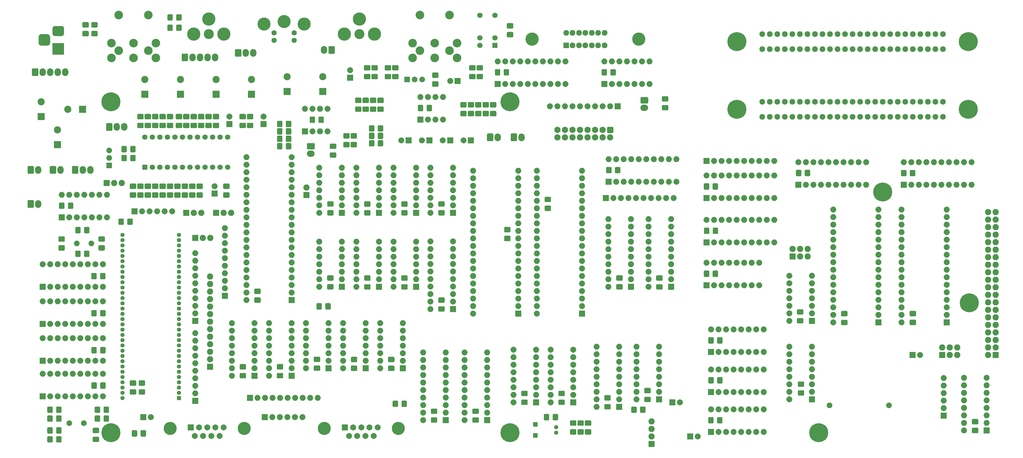
<source format=gbs>
G04 #@! TF.GenerationSoftware,KiCad,Pcbnew,(5.1.6)-1*
G04 #@! TF.CreationDate,2021-11-23T06:49:39+02:00*
G04 #@! TF.ProjectId,Omega-Mainboard,4f6d6567-612d-44d6-9169-6e626f617264,rev?*
G04 #@! TF.SameCoordinates,Original*
G04 #@! TF.FileFunction,Soldermask,Bot*
G04 #@! TF.FilePolarity,Negative*
%FSLAX46Y46*%
G04 Gerber Fmt 4.6, Leading zero omitted, Abs format (unit mm)*
G04 Created by KiCad (PCBNEW (5.1.6)-1) date 2021-11-23 06:49:39*
%MOMM*%
%LPD*%
G01*
G04 APERTURE LIST*
%ADD10C,6.400000*%
%ADD11O,2.140000X2.590000*%
%ADD12R,3.900000X3.900000*%
%ADD13O,2.000000X2.000000*%
%ADD14R,2.000000X2.000000*%
%ADD15R,1.797000X1.797000*%
%ADD16C,1.797000*%
%ADD17O,2.100000X2.100000*%
%ADD18R,2.100000X2.100000*%
%ADD19C,1.924000*%
%ADD20O,2.590000X2.140000*%
%ADD21C,2.000000*%
%ADD22C,4.400000*%
%ADD23C,1.400000*%
%ADD24R,1.600000X1.600000*%
%ADD25C,2.100000*%
%ADD26R,1.900000X1.900000*%
%ADD27C,1.900000*%
%ADD28C,2.400000*%
%ADD29R,2.400000X2.400000*%
%ADD30C,2.900000*%
%ADD31C,4.400500*%
%ADD32C,1.771600*%
%ADD33R,1.416000X1.416000*%
%ADD34C,1.416000*%
%ADD35C,4.464000*%
%ADD36C,3.371800*%
%ADD37R,1.924000X1.924000*%
%ADD38C,4.448760*%
G04 APERTURE END LIST*
D10*
X357822000Y-80010000D03*
X279718000Y-80010000D03*
X357822000Y-57150000D03*
X279718000Y-57150000D03*
X358140000Y-145415000D03*
X307340000Y-189230000D03*
X203200000Y-189230000D03*
X68580000Y-189230000D03*
X328930000Y-107950000D03*
X203200000Y-77470000D03*
X68580000Y-77470000D03*
D11*
X53160000Y-67500000D03*
X50620000Y-67500000D03*
X48080000Y-67500000D03*
X45540000Y-67500000D03*
G36*
G01*
X41930000Y-68487530D02*
X41930000Y-66512470D01*
G75*
G02*
X42237470Y-66205000I307470J0D01*
G01*
X43762530Y-66205000D01*
G75*
G02*
X44070000Y-66512470I0J-307470D01*
G01*
X44070000Y-68487530D01*
G75*
G02*
X43762530Y-68795000I-307470J0D01*
G01*
X42237470Y-68795000D01*
G75*
G02*
X41930000Y-68487530I0J307470D01*
G01*
G37*
X44040000Y-100500000D03*
G36*
G01*
X40430000Y-101487530D02*
X40430000Y-99512470D01*
G75*
G02*
X40737470Y-99205000I307470J0D01*
G01*
X42262530Y-99205000D01*
G75*
G02*
X42570000Y-99512470I0J-307470D01*
G01*
X42570000Y-101487530D01*
G75*
G02*
X42262530Y-101795000I-307470J0D01*
G01*
X40737470Y-101795000D01*
G75*
G02*
X40430000Y-101487530I0J307470D01*
G01*
G37*
G36*
G01*
X45125000Y-54650000D02*
X47075000Y-54650000D01*
G75*
G02*
X48050000Y-55625000I0J-975000D01*
G01*
X48050000Y-57575000D01*
G75*
G02*
X47075000Y-58550000I-975000J0D01*
G01*
X45125000Y-58550000D01*
G75*
G02*
X44150000Y-57575000I0J975000D01*
G01*
X44150000Y-55625000D01*
G75*
G02*
X45125000Y-54650000I975000J0D01*
G01*
G37*
G36*
G01*
X49700000Y-51900000D02*
X51900000Y-51900000D01*
G75*
G02*
X52750000Y-52750000I0J-850000D01*
G01*
X52750000Y-54450000D01*
G75*
G02*
X51900000Y-55300000I-850000J0D01*
G01*
X49700000Y-55300000D01*
G75*
G02*
X48850000Y-54450000I0J850000D01*
G01*
X48850000Y-52750000D01*
G75*
G02*
X49700000Y-51900000I850000J0D01*
G01*
G37*
D12*
X50800000Y-59600000D03*
D13*
X199000000Y-63880000D03*
X221860000Y-71500000D03*
X201540000Y-63880000D03*
X219320000Y-71500000D03*
X204080000Y-63880000D03*
X216780000Y-71500000D03*
X206620000Y-63880000D03*
X214240000Y-71500000D03*
X209160000Y-63880000D03*
X211700000Y-71500000D03*
X211700000Y-63880000D03*
X209160000Y-71500000D03*
X214240000Y-63880000D03*
X206620000Y-71500000D03*
X216780000Y-63880000D03*
X204080000Y-71500000D03*
X219320000Y-63880000D03*
X201540000Y-71500000D03*
X221860000Y-63880000D03*
D14*
X199000000Y-71500000D03*
D15*
X80030000Y-99580000D03*
D16*
X82570000Y-99580000D03*
X85110000Y-99580000D03*
X87650000Y-99580000D03*
X90190000Y-99580000D03*
X92730000Y-99580000D03*
X95270000Y-99580000D03*
X97810000Y-99580000D03*
X100350000Y-99580000D03*
X102890000Y-99580000D03*
X105430000Y-99580000D03*
X107970000Y-99580000D03*
X107970000Y-89420000D03*
X105430000Y-89420000D03*
X102890000Y-89420000D03*
X100350000Y-89420000D03*
X97810000Y-89420000D03*
X95270000Y-89420000D03*
X92730000Y-89420000D03*
X90190000Y-89420000D03*
X87650000Y-89420000D03*
X85110000Y-89420000D03*
X82570000Y-89420000D03*
X80030000Y-89420000D03*
D17*
X250975000Y-185455000D03*
X250975000Y-187995000D03*
X250975000Y-190535000D03*
D18*
X250975000Y-193075000D03*
D11*
X51540000Y-100500000D03*
G36*
G01*
X47930000Y-101487530D02*
X47930000Y-99512470D01*
G75*
G02*
X48237470Y-99205000I307470J0D01*
G01*
X49762530Y-99205000D01*
G75*
G02*
X50070000Y-99512470I0J-307470D01*
G01*
X50070000Y-101487530D01*
G75*
G02*
X49762530Y-101795000I-307470J0D01*
G01*
X48237470Y-101795000D01*
G75*
G02*
X47930000Y-101487530I0J307470D01*
G01*
G37*
X44040000Y-112000000D03*
G36*
G01*
X40430000Y-112987530D02*
X40430000Y-111012470D01*
G75*
G02*
X40737470Y-110705000I307470J0D01*
G01*
X42262530Y-110705000D01*
G75*
G02*
X42570000Y-111012470I0J-307470D01*
G01*
X42570000Y-112987530D01*
G75*
G02*
X42262530Y-113295000I-307470J0D01*
G01*
X40737470Y-113295000D01*
G75*
G02*
X40430000Y-112987530I0J307470D01*
G01*
G37*
D13*
X190760000Y-149000000D03*
X206000000Y-100740000D03*
X190760000Y-146460000D03*
X206000000Y-103280000D03*
X190760000Y-143920000D03*
X206000000Y-105820000D03*
X190760000Y-141380000D03*
X206000000Y-108360000D03*
X190760000Y-138840000D03*
X206000000Y-110900000D03*
X190760000Y-136300000D03*
X206000000Y-113440000D03*
X190760000Y-133760000D03*
X206000000Y-115980000D03*
X190760000Y-131220000D03*
X206000000Y-118520000D03*
X190760000Y-128680000D03*
X206000000Y-121060000D03*
X190760000Y-126140000D03*
X206000000Y-123600000D03*
X190760000Y-123600000D03*
X206000000Y-126140000D03*
X190760000Y-121060000D03*
X206000000Y-128680000D03*
X190760000Y-118520000D03*
X206000000Y-131220000D03*
X190760000Y-115980000D03*
X206000000Y-133760000D03*
X190760000Y-113440000D03*
X206000000Y-136300000D03*
X190760000Y-110900000D03*
X206000000Y-138840000D03*
X190760000Y-108360000D03*
X206000000Y-141380000D03*
X190760000Y-105820000D03*
X206000000Y-143920000D03*
X190760000Y-103280000D03*
X206000000Y-146460000D03*
X190760000Y-100740000D03*
D14*
X206000000Y-149000000D03*
D19*
X349250000Y-54610000D03*
X349250000Y-59690000D03*
X346710000Y-54610000D03*
X346710000Y-59690000D03*
X344170000Y-54610000D03*
X344170000Y-59690000D03*
X341630000Y-54610000D03*
X341630000Y-59690000D03*
X339090000Y-54610000D03*
X339090000Y-59690000D03*
X336550000Y-54610000D03*
X336550000Y-59690000D03*
X334010000Y-54610000D03*
X334010000Y-59690000D03*
X331470000Y-54610000D03*
X331470000Y-59690000D03*
X328930000Y-54610000D03*
X328930000Y-59690000D03*
X326390000Y-54610000D03*
X326390000Y-59690000D03*
X323850000Y-54610000D03*
X323850000Y-59690000D03*
X321310000Y-54610000D03*
X321310000Y-59690000D03*
X318770000Y-54610000D03*
X318770000Y-59690000D03*
X316230000Y-54610000D03*
X316230000Y-59690000D03*
X313690000Y-54610000D03*
X313690000Y-59690000D03*
X311150000Y-54610000D03*
X311150000Y-59690000D03*
X308610000Y-54610000D03*
X308610000Y-59690000D03*
X306070000Y-54610000D03*
X306070000Y-59690000D03*
X303530000Y-54610000D03*
X303530000Y-59690000D03*
X300990000Y-54610000D03*
X300990000Y-59690000D03*
X298450000Y-54610000D03*
X298450000Y-59690000D03*
X295910000Y-54610000D03*
X295910000Y-59690000D03*
X293370000Y-54610000D03*
X293370000Y-59690000D03*
X290830000Y-54610000D03*
X290830000Y-59690000D03*
X288290000Y-54610000D03*
X288290000Y-59690000D03*
X349250000Y-77470000D03*
X349250000Y-82550000D03*
X346710000Y-77470000D03*
X346710000Y-82550000D03*
X344170000Y-77470000D03*
X344170000Y-82550000D03*
X341630000Y-77470000D03*
X341630000Y-82550000D03*
X339090000Y-77470000D03*
X339090000Y-82550000D03*
X336550000Y-77470000D03*
X336550000Y-82550000D03*
X334010000Y-77470000D03*
X334010000Y-82550000D03*
X331470000Y-77470000D03*
X331470000Y-82550000D03*
X328930000Y-77470000D03*
X328930000Y-82550000D03*
X326390000Y-77470000D03*
X326390000Y-82550000D03*
X323850000Y-77470000D03*
X323850000Y-82550000D03*
X321310000Y-77470000D03*
X321310000Y-82550000D03*
X318770000Y-77470000D03*
X318770000Y-82550000D03*
X316230000Y-77470000D03*
X316230000Y-82550000D03*
X313690000Y-77470000D03*
X313690000Y-82550000D03*
X311150000Y-77470000D03*
X311150000Y-82550000D03*
X308610000Y-77470000D03*
X308610000Y-82550000D03*
X306070000Y-77470000D03*
X306070000Y-82550000D03*
X303530000Y-77470000D03*
X303530000Y-82550000D03*
X300990000Y-77470000D03*
X300990000Y-82550000D03*
X298450000Y-77470000D03*
X298450000Y-82550000D03*
X295910000Y-77470000D03*
X295910000Y-82550000D03*
X293370000Y-77470000D03*
X293370000Y-82550000D03*
X290830000Y-77470000D03*
X290830000Y-82550000D03*
X288290000Y-77470000D03*
X288290000Y-82550000D03*
D11*
X207040000Y-89500000D03*
G36*
G01*
X203430000Y-90487530D02*
X203430000Y-88512470D01*
G75*
G02*
X203737470Y-88205000I307470J0D01*
G01*
X205262530Y-88205000D01*
G75*
G02*
X205570000Y-88512470I0J-307470D01*
G01*
X205570000Y-90487530D01*
G75*
G02*
X205262530Y-90795000I-307470J0D01*
G01*
X203737470Y-90795000D01*
G75*
G02*
X203430000Y-90487530I0J307470D01*
G01*
G37*
X199040000Y-89500000D03*
G36*
G01*
X195430000Y-90487530D02*
X195430000Y-88512470D01*
G75*
G02*
X195737470Y-88205000I307470J0D01*
G01*
X197262530Y-88205000D01*
G75*
G02*
X197570000Y-88512470I0J-307470D01*
G01*
X197570000Y-90487530D01*
G75*
G02*
X197262530Y-90795000I-307470J0D01*
G01*
X195737470Y-90795000D01*
G75*
G02*
X195430000Y-90487530I0J307470D01*
G01*
G37*
D20*
X248500000Y-79540000D03*
G36*
G01*
X247512470Y-75930000D02*
X249487530Y-75930000D01*
G75*
G02*
X249795000Y-76237470I0J-307470D01*
G01*
X249795000Y-77762530D01*
G75*
G02*
X249487530Y-78070000I-307470J0D01*
G01*
X247512470Y-78070000D01*
G75*
G02*
X247205000Y-77762530I0J307470D01*
G01*
X247205000Y-76237470D01*
G75*
G02*
X247512470Y-75930000I307470J0D01*
G01*
G37*
X136000000Y-95040000D03*
G36*
G01*
X135012470Y-91430000D02*
X136987530Y-91430000D01*
G75*
G02*
X137295000Y-91737470I0J-307470D01*
G01*
X137295000Y-93262530D01*
G75*
G02*
X136987530Y-93570000I-307470J0D01*
G01*
X135012470Y-93570000D01*
G75*
G02*
X134705000Y-93262530I0J307470D01*
G01*
X134705000Y-91737470D01*
G75*
G02*
X135012470Y-91430000I307470J0D01*
G01*
G37*
D11*
X140460000Y-60000000D03*
G36*
G01*
X144070000Y-59012470D02*
X144070000Y-60987530D01*
G75*
G02*
X143762530Y-61295000I-307470J0D01*
G01*
X142237470Y-61295000D01*
G75*
G02*
X141930000Y-60987530I0J307470D01*
G01*
X141930000Y-59012470D01*
G75*
G02*
X142237470Y-58705000I307470J0D01*
G01*
X143762530Y-58705000D01*
G75*
G02*
X144070000Y-59012470I0J-307470D01*
G01*
G37*
X103660000Y-62500000D03*
X101120000Y-62500000D03*
X98580000Y-62500000D03*
X96040000Y-62500000D03*
G36*
G01*
X92430000Y-63487530D02*
X92430000Y-61512470D01*
G75*
G02*
X92737470Y-61205000I307470J0D01*
G01*
X94262530Y-61205000D01*
G75*
G02*
X94570000Y-61512470I0J-307470D01*
G01*
X94570000Y-63487530D01*
G75*
G02*
X94262530Y-63795000I-307470J0D01*
G01*
X92737470Y-63795000D01*
G75*
G02*
X92430000Y-63487530I0J307470D01*
G01*
G37*
X116580000Y-61000000D03*
X114040000Y-61000000D03*
G36*
G01*
X110430000Y-61987530D02*
X110430000Y-60012470D01*
G75*
G02*
X110737470Y-59705000I307470J0D01*
G01*
X112262530Y-59705000D01*
G75*
G02*
X112570000Y-60012470I0J-307470D01*
G01*
X112570000Y-61987530D01*
G75*
G02*
X112262530Y-62295000I-307470J0D01*
G01*
X110737470Y-62295000D01*
G75*
G02*
X110430000Y-61987530I0J307470D01*
G01*
G37*
X61580000Y-100500000D03*
X59040000Y-100500000D03*
G36*
G01*
X55430000Y-101487530D02*
X55430000Y-99512470D01*
G75*
G02*
X55737470Y-99205000I307470J0D01*
G01*
X57262530Y-99205000D01*
G75*
G02*
X57570000Y-99512470I0J-307470D01*
G01*
X57570000Y-101487530D01*
G75*
G02*
X57262530Y-101795000I-307470J0D01*
G01*
X55737470Y-101795000D01*
G75*
G02*
X55430000Y-101487530I0J307470D01*
G01*
G37*
X73080000Y-86000000D03*
X70540000Y-86000000D03*
G36*
G01*
X66930000Y-86987530D02*
X66930000Y-85012470D01*
G75*
G02*
X67237470Y-84705000I307470J0D01*
G01*
X68762530Y-84705000D01*
G75*
G02*
X69070000Y-85012470I0J-307470D01*
G01*
X69070000Y-86987530D01*
G75*
G02*
X68762530Y-87295000I-307470J0D01*
G01*
X67237470Y-87295000D01*
G75*
G02*
X66930000Y-86987530I0J307470D01*
G01*
G37*
D21*
X260500000Y-179000000D03*
D14*
X258000000Y-179000000D03*
D21*
X266500000Y-190500000D03*
D14*
X264000000Y-190500000D03*
D22*
X165540000Y-187800000D03*
X140540000Y-187800000D03*
D21*
X157195000Y-190340000D03*
X154425000Y-190340000D03*
X151655000Y-190340000D03*
X148885000Y-190340000D03*
X158580000Y-187500000D03*
X155810000Y-187500000D03*
X153040000Y-187500000D03*
X150270000Y-187500000D03*
D14*
X147500000Y-187500000D03*
D22*
X113540000Y-187800000D03*
X88540000Y-187800000D03*
D21*
X105195000Y-190340000D03*
X102425000Y-190340000D03*
X99655000Y-190340000D03*
X96885000Y-190340000D03*
X106580000Y-187500000D03*
X103810000Y-187500000D03*
X101040000Y-187500000D03*
X98270000Y-187500000D03*
D14*
X95500000Y-187500000D03*
G36*
G01*
X203954824Y-52765000D02*
X202445176Y-52765000D01*
G75*
G02*
X202125000Y-52444824I0J320176D01*
G01*
X202125000Y-51260176D01*
G75*
G02*
X202445176Y-50940000I320176J0D01*
G01*
X203954824Y-50940000D01*
G75*
G02*
X204275000Y-51260176I0J-320176D01*
G01*
X204275000Y-52444824D01*
G75*
G02*
X203954824Y-52765000I-320176J0D01*
G01*
G37*
G36*
G01*
X203954824Y-55740000D02*
X202445176Y-55740000D01*
G75*
G02*
X202125000Y-55419824I0J320176D01*
G01*
X202125000Y-54235176D01*
G75*
G02*
X202445176Y-53915000I320176J0D01*
G01*
X203954824Y-53915000D01*
G75*
G02*
X204275000Y-54235176I0J-320176D01*
G01*
X204275000Y-55419824D01*
G75*
G02*
X203954824Y-55740000I-320176J0D01*
G01*
G37*
D17*
X109080000Y-115000000D03*
X106540000Y-115000000D03*
D18*
X104000000Y-115000000D03*
D17*
X99080000Y-115000000D03*
X96540000Y-115000000D03*
D18*
X94000000Y-115000000D03*
D17*
X364460000Y-114740000D03*
X367000000Y-114740000D03*
X364460000Y-117280000D03*
X367000000Y-117280000D03*
X364460000Y-119820000D03*
X367000000Y-119820000D03*
X364460000Y-122360000D03*
X367000000Y-122360000D03*
X364460000Y-124900000D03*
X367000000Y-124900000D03*
X364460000Y-127440000D03*
X367000000Y-127440000D03*
X364460000Y-129980000D03*
X367000000Y-129980000D03*
X364460000Y-132520000D03*
X367000000Y-132520000D03*
X364460000Y-135060000D03*
X367000000Y-135060000D03*
X364460000Y-137600000D03*
X367000000Y-137600000D03*
X364460000Y-140140000D03*
X367000000Y-140140000D03*
X364460000Y-142680000D03*
X367000000Y-142680000D03*
X364460000Y-145220000D03*
X367000000Y-145220000D03*
X364460000Y-147760000D03*
X367000000Y-147760000D03*
X364460000Y-150300000D03*
X367000000Y-150300000D03*
X364460000Y-152840000D03*
X367000000Y-152840000D03*
X364460000Y-155380000D03*
X367000000Y-155380000D03*
X364460000Y-157920000D03*
X367000000Y-157920000D03*
X364460000Y-160460000D03*
X367000000Y-160460000D03*
X364460000Y-163000000D03*
D18*
X367000000Y-163000000D03*
G36*
G01*
X360829824Y-186450000D02*
X359320176Y-186450000D01*
G75*
G02*
X359000000Y-186129824I0J320176D01*
G01*
X359000000Y-184945176D01*
G75*
G02*
X359320176Y-184625000I320176J0D01*
G01*
X360829824Y-184625000D01*
G75*
G02*
X361150000Y-184945176I0J-320176D01*
G01*
X361150000Y-186129824D01*
G75*
G02*
X360829824Y-186450000I-320176J0D01*
G01*
G37*
G36*
G01*
X360829824Y-189425000D02*
X359320176Y-189425000D01*
G75*
G02*
X359000000Y-189104824I0J320176D01*
G01*
X359000000Y-187920176D01*
G75*
G02*
X359320176Y-187600000I320176J0D01*
G01*
X360829824Y-187600000D01*
G75*
G02*
X361150000Y-187920176I0J-320176D01*
G01*
X361150000Y-189104824D01*
G75*
G02*
X360829824Y-189425000I-320176J0D01*
G01*
G37*
D13*
X356380000Y-188500000D03*
X364000000Y-170720000D03*
X356380000Y-185960000D03*
X364000000Y-173260000D03*
X356380000Y-183420000D03*
X364000000Y-175800000D03*
X356380000Y-180880000D03*
X364000000Y-178340000D03*
X356380000Y-178340000D03*
X364000000Y-180880000D03*
X356380000Y-175800000D03*
X364000000Y-183420000D03*
X356380000Y-173260000D03*
X364000000Y-185960000D03*
X356380000Y-170720000D03*
D14*
X364000000Y-188500000D03*
D13*
X349500000Y-170800000D03*
X349500000Y-173340000D03*
X349500000Y-175880000D03*
X349500000Y-178420000D03*
X349500000Y-180960000D03*
D14*
X349500000Y-183500000D03*
D18*
X349000000Y-163000000D03*
D17*
X349000000Y-160460000D03*
X351540000Y-163000000D03*
X351540000Y-160460000D03*
X354080000Y-163000000D03*
X354080000Y-160460000D03*
D21*
X341500000Y-163000000D03*
D14*
X339000000Y-163000000D03*
G36*
G01*
X339829824Y-149950000D02*
X338320176Y-149950000D01*
G75*
G02*
X338000000Y-149629824I0J320176D01*
G01*
X338000000Y-148445176D01*
G75*
G02*
X338320176Y-148125000I320176J0D01*
G01*
X339829824Y-148125000D01*
G75*
G02*
X340150000Y-148445176I0J-320176D01*
G01*
X340150000Y-149629824D01*
G75*
G02*
X339829824Y-149950000I-320176J0D01*
G01*
G37*
G36*
G01*
X339829824Y-152925000D02*
X338320176Y-152925000D01*
G75*
G02*
X338000000Y-152604824I0J320176D01*
G01*
X338000000Y-151420176D01*
G75*
G02*
X338320176Y-151100000I320176J0D01*
G01*
X339829824Y-151100000D01*
G75*
G02*
X340150000Y-151420176I0J-320176D01*
G01*
X340150000Y-152604824D01*
G75*
G02*
X339829824Y-152925000I-320176J0D01*
G01*
G37*
D13*
X335260000Y-152000000D03*
X350500000Y-113900000D03*
X335260000Y-149460000D03*
X350500000Y-116440000D03*
X335260000Y-146920000D03*
X350500000Y-118980000D03*
X335260000Y-144380000D03*
X350500000Y-121520000D03*
X335260000Y-141840000D03*
X350500000Y-124060000D03*
X335260000Y-139300000D03*
X350500000Y-126600000D03*
X335260000Y-136760000D03*
X350500000Y-129140000D03*
X335260000Y-134220000D03*
X350500000Y-131680000D03*
X335260000Y-131680000D03*
X350500000Y-134220000D03*
X335260000Y-129140000D03*
X350500000Y-136760000D03*
X335260000Y-126600000D03*
X350500000Y-139300000D03*
X335260000Y-124060000D03*
X350500000Y-141840000D03*
X335260000Y-121520000D03*
X350500000Y-144380000D03*
X335260000Y-118980000D03*
X350500000Y-146920000D03*
X335260000Y-116440000D03*
X350500000Y-149460000D03*
X335260000Y-113900000D03*
D14*
X350500000Y-152000000D03*
D17*
X134500000Y-106460000D03*
D18*
X134500000Y-109000000D03*
G36*
G01*
X78575000Y-190254824D02*
X78575000Y-188745176D01*
G75*
G02*
X78895176Y-188425000I320176J0D01*
G01*
X80079824Y-188425000D01*
G75*
G02*
X80400000Y-188745176I0J-320176D01*
G01*
X80400000Y-190254824D01*
G75*
G02*
X80079824Y-190575000I-320176J0D01*
G01*
X78895176Y-190575000D01*
G75*
G02*
X78575000Y-190254824I0J320176D01*
G01*
G37*
G36*
G01*
X75600000Y-190254824D02*
X75600000Y-188745176D01*
G75*
G02*
X75920176Y-188425000I320176J0D01*
G01*
X77104824Y-188425000D01*
G75*
G02*
X77425000Y-188745176I0J-320176D01*
G01*
X77425000Y-190254824D01*
G75*
G02*
X77104824Y-190575000I-320176J0D01*
G01*
X75920176Y-190575000D01*
G75*
G02*
X75600000Y-190254824I0J320176D01*
G01*
G37*
G36*
G01*
X95745176Y-84575000D02*
X97254824Y-84575000D01*
G75*
G02*
X97575000Y-84895176I0J-320176D01*
G01*
X97575000Y-86079824D01*
G75*
G02*
X97254824Y-86400000I-320176J0D01*
G01*
X95745176Y-86400000D01*
G75*
G02*
X95425000Y-86079824I0J320176D01*
G01*
X95425000Y-84895176D01*
G75*
G02*
X95745176Y-84575000I320176J0D01*
G01*
G37*
G36*
G01*
X95745176Y-81600000D02*
X97254824Y-81600000D01*
G75*
G02*
X97575000Y-81920176I0J-320176D01*
G01*
X97575000Y-83104824D01*
G75*
G02*
X97254824Y-83425000I-320176J0D01*
G01*
X95745176Y-83425000D01*
G75*
G02*
X95425000Y-83104824I0J320176D01*
G01*
X95425000Y-81920176D01*
G75*
G02*
X95745176Y-81600000I320176J0D01*
G01*
G37*
G36*
G01*
X87745176Y-84575000D02*
X89254824Y-84575000D01*
G75*
G02*
X89575000Y-84895176I0J-320176D01*
G01*
X89575000Y-86079824D01*
G75*
G02*
X89254824Y-86400000I-320176J0D01*
G01*
X87745176Y-86400000D01*
G75*
G02*
X87425000Y-86079824I0J320176D01*
G01*
X87425000Y-84895176D01*
G75*
G02*
X87745176Y-84575000I320176J0D01*
G01*
G37*
G36*
G01*
X87745176Y-81600000D02*
X89254824Y-81600000D01*
G75*
G02*
X89575000Y-81920176I0J-320176D01*
G01*
X89575000Y-83104824D01*
G75*
G02*
X89254824Y-83425000I-320176J0D01*
G01*
X87745176Y-83425000D01*
G75*
G02*
X87425000Y-83104824I0J320176D01*
G01*
X87425000Y-81920176D01*
G75*
G02*
X87745176Y-81600000I320176J0D01*
G01*
G37*
G36*
G01*
X166575000Y-180254824D02*
X166575000Y-178745176D01*
G75*
G02*
X166895176Y-178425000I320176J0D01*
G01*
X168079824Y-178425000D01*
G75*
G02*
X168400000Y-178745176I0J-320176D01*
G01*
X168400000Y-180254824D01*
G75*
G02*
X168079824Y-180575000I-320176J0D01*
G01*
X166895176Y-180575000D01*
G75*
G02*
X166575000Y-180254824I0J320176D01*
G01*
G37*
G36*
G01*
X163600000Y-180254824D02*
X163600000Y-178745176D01*
G75*
G02*
X163920176Y-178425000I320176J0D01*
G01*
X165104824Y-178425000D01*
G75*
G02*
X165425000Y-178745176I0J-320176D01*
G01*
X165425000Y-180254824D01*
G75*
G02*
X165104824Y-180575000I-320176J0D01*
G01*
X163920176Y-180575000D01*
G75*
G02*
X163600000Y-180254824I0J320176D01*
G01*
G37*
G36*
G01*
X316729824Y-149975000D02*
X315220176Y-149975000D01*
G75*
G02*
X314900000Y-149654824I0J320176D01*
G01*
X314900000Y-148470176D01*
G75*
G02*
X315220176Y-148150000I320176J0D01*
G01*
X316729824Y-148150000D01*
G75*
G02*
X317050000Y-148470176I0J-320176D01*
G01*
X317050000Y-149654824D01*
G75*
G02*
X316729824Y-149975000I-320176J0D01*
G01*
G37*
G36*
G01*
X316729824Y-152950000D02*
X315220176Y-152950000D01*
G75*
G02*
X314900000Y-152629824I0J320176D01*
G01*
X314900000Y-151445176D01*
G75*
G02*
X315220176Y-151125000I320176J0D01*
G01*
X316729824Y-151125000D01*
G75*
G02*
X317050000Y-151445176I0J-320176D01*
G01*
X317050000Y-152629824D01*
G75*
G02*
X316729824Y-152950000I-320176J0D01*
G01*
G37*
D13*
X312260000Y-152000000D03*
X327500000Y-113900000D03*
X312260000Y-149460000D03*
X327500000Y-116440000D03*
X312260000Y-146920000D03*
X327500000Y-118980000D03*
X312260000Y-144380000D03*
X327500000Y-121520000D03*
X312260000Y-141840000D03*
X327500000Y-124060000D03*
X312260000Y-139300000D03*
X327500000Y-126600000D03*
X312260000Y-136760000D03*
X327500000Y-129140000D03*
X312260000Y-134220000D03*
X327500000Y-131680000D03*
X312260000Y-131680000D03*
X327500000Y-134220000D03*
X312260000Y-129140000D03*
X327500000Y-136760000D03*
X312260000Y-126600000D03*
X327500000Y-139300000D03*
X312260000Y-124060000D03*
X327500000Y-141840000D03*
X312260000Y-121520000D03*
X327500000Y-144380000D03*
X312260000Y-118980000D03*
X327500000Y-146920000D03*
X312260000Y-116440000D03*
X327500000Y-149460000D03*
X312260000Y-113900000D03*
D14*
X327500000Y-152000000D03*
G36*
G01*
X300595176Y-174925000D02*
X302104824Y-174925000D01*
G75*
G02*
X302425000Y-175245176I0J-320176D01*
G01*
X302425000Y-176429824D01*
G75*
G02*
X302104824Y-176750000I-320176J0D01*
G01*
X300595176Y-176750000D01*
G75*
G02*
X300275000Y-176429824I0J320176D01*
G01*
X300275000Y-175245176D01*
G75*
G02*
X300595176Y-174925000I320176J0D01*
G01*
G37*
G36*
G01*
X300595176Y-171950000D02*
X302104824Y-171950000D01*
G75*
G02*
X302425000Y-172270176I0J-320176D01*
G01*
X302425000Y-173454824D01*
G75*
G02*
X302104824Y-173775000I-320176J0D01*
G01*
X300595176Y-173775000D01*
G75*
G02*
X300275000Y-173454824I0J320176D01*
G01*
X300275000Y-172270176D01*
G75*
G02*
X300595176Y-171950000I320176J0D01*
G01*
G37*
D13*
X297380000Y-178000000D03*
X305000000Y-160220000D03*
X297380000Y-175460000D03*
X305000000Y-162760000D03*
X297380000Y-172920000D03*
X305000000Y-165300000D03*
X297380000Y-170380000D03*
X305000000Y-167840000D03*
X297380000Y-167840000D03*
X305000000Y-170380000D03*
X297380000Y-165300000D03*
X305000000Y-172920000D03*
X297380000Y-162760000D03*
X305000000Y-175460000D03*
X297380000Y-160220000D03*
D14*
X305000000Y-178000000D03*
G36*
G01*
X273025000Y-185829824D02*
X273025000Y-184320176D01*
G75*
G02*
X273345176Y-184000000I320176J0D01*
G01*
X274529824Y-184000000D01*
G75*
G02*
X274850000Y-184320176I0J-320176D01*
G01*
X274850000Y-185829824D01*
G75*
G02*
X274529824Y-186150000I-320176J0D01*
G01*
X273345176Y-186150000D01*
G75*
G02*
X273025000Y-185829824I0J320176D01*
G01*
G37*
G36*
G01*
X270050000Y-185829824D02*
X270050000Y-184320176D01*
G75*
G02*
X270370176Y-184000000I320176J0D01*
G01*
X271554824Y-184000000D01*
G75*
G02*
X271875000Y-184320176I0J-320176D01*
G01*
X271875000Y-185829824D01*
G75*
G02*
X271554824Y-186150000I-320176J0D01*
G01*
X270370176Y-186150000D01*
G75*
G02*
X270050000Y-185829824I0J320176D01*
G01*
G37*
D13*
X271000000Y-181380000D03*
X288780000Y-189000000D03*
X273540000Y-181380000D03*
X286240000Y-189000000D03*
X276080000Y-181380000D03*
X283700000Y-189000000D03*
X278620000Y-181380000D03*
X281160000Y-189000000D03*
X281160000Y-181380000D03*
X278620000Y-189000000D03*
X283700000Y-181380000D03*
X276080000Y-189000000D03*
X286240000Y-181380000D03*
X273540000Y-189000000D03*
X288780000Y-181380000D03*
D14*
X271000000Y-189000000D03*
G36*
G01*
X301829824Y-149400000D02*
X300320176Y-149400000D01*
G75*
G02*
X300000000Y-149079824I0J320176D01*
G01*
X300000000Y-147895176D01*
G75*
G02*
X300320176Y-147575000I320176J0D01*
G01*
X301829824Y-147575000D01*
G75*
G02*
X302150000Y-147895176I0J-320176D01*
G01*
X302150000Y-149079824D01*
G75*
G02*
X301829824Y-149400000I-320176J0D01*
G01*
G37*
G36*
G01*
X301829824Y-152375000D02*
X300320176Y-152375000D01*
G75*
G02*
X300000000Y-152054824I0J320176D01*
G01*
X300000000Y-150870176D01*
G75*
G02*
X300320176Y-150550000I320176J0D01*
G01*
X301829824Y-150550000D01*
G75*
G02*
X302150000Y-150870176I0J-320176D01*
G01*
X302150000Y-152054824D01*
G75*
G02*
X301829824Y-152375000I-320176J0D01*
G01*
G37*
G36*
G01*
X273075000Y-172329824D02*
X273075000Y-170820176D01*
G75*
G02*
X273395176Y-170500000I320176J0D01*
G01*
X274579824Y-170500000D01*
G75*
G02*
X274900000Y-170820176I0J-320176D01*
G01*
X274900000Y-172329824D01*
G75*
G02*
X274579824Y-172650000I-320176J0D01*
G01*
X273395176Y-172650000D01*
G75*
G02*
X273075000Y-172329824I0J320176D01*
G01*
G37*
G36*
G01*
X270100000Y-172329824D02*
X270100000Y-170820176D01*
G75*
G02*
X270420176Y-170500000I320176J0D01*
G01*
X271604824Y-170500000D01*
G75*
G02*
X271925000Y-170820176I0J-320176D01*
G01*
X271925000Y-172329824D01*
G75*
G02*
X271604824Y-172650000I-320176J0D01*
G01*
X270420176Y-172650000D01*
G75*
G02*
X270100000Y-172329824I0J320176D01*
G01*
G37*
D13*
X271000000Y-167880000D03*
X288780000Y-175500000D03*
X273540000Y-167880000D03*
X286240000Y-175500000D03*
X276080000Y-167880000D03*
X283700000Y-175500000D03*
X278620000Y-167880000D03*
X281160000Y-175500000D03*
X281160000Y-167880000D03*
X278620000Y-175500000D03*
X283700000Y-167880000D03*
X276080000Y-175500000D03*
X286240000Y-167880000D03*
X273540000Y-175500000D03*
X288780000Y-167880000D03*
D14*
X271000000Y-175500000D03*
D17*
X303580000Y-127185000D03*
X303580000Y-129725000D03*
X301040000Y-127185000D03*
X301040000Y-129725000D03*
X298500000Y-127185000D03*
D18*
X298500000Y-129725000D03*
G36*
G01*
X273050000Y-158854824D02*
X273050000Y-157345176D01*
G75*
G02*
X273370176Y-157025000I320176J0D01*
G01*
X274554824Y-157025000D01*
G75*
G02*
X274875000Y-157345176I0J-320176D01*
G01*
X274875000Y-158854824D01*
G75*
G02*
X274554824Y-159175000I-320176J0D01*
G01*
X273370176Y-159175000D01*
G75*
G02*
X273050000Y-158854824I0J320176D01*
G01*
G37*
G36*
G01*
X270075000Y-158854824D02*
X270075000Y-157345176D01*
G75*
G02*
X270395176Y-157025000I320176J0D01*
G01*
X271579824Y-157025000D01*
G75*
G02*
X271900000Y-157345176I0J-320176D01*
G01*
X271900000Y-158854824D01*
G75*
G02*
X271579824Y-159175000I-320176J0D01*
G01*
X270395176Y-159175000D01*
G75*
G02*
X270075000Y-158854824I0J320176D01*
G01*
G37*
D13*
X271000000Y-154380000D03*
X288780000Y-162000000D03*
X273540000Y-154380000D03*
X286240000Y-162000000D03*
X276080000Y-154380000D03*
X283700000Y-162000000D03*
X278620000Y-154380000D03*
X281160000Y-162000000D03*
X281160000Y-154380000D03*
X278620000Y-162000000D03*
X283700000Y-154380000D03*
X276080000Y-162000000D03*
X286240000Y-154380000D03*
X273540000Y-162000000D03*
X288780000Y-154380000D03*
D14*
X271000000Y-162000000D03*
G36*
G01*
X271550000Y-136329824D02*
X271550000Y-134820176D01*
G75*
G02*
X271870176Y-134500000I320176J0D01*
G01*
X273054824Y-134500000D01*
G75*
G02*
X273375000Y-134820176I0J-320176D01*
G01*
X273375000Y-136329824D01*
G75*
G02*
X273054824Y-136650000I-320176J0D01*
G01*
X271870176Y-136650000D01*
G75*
G02*
X271550000Y-136329824I0J320176D01*
G01*
G37*
G36*
G01*
X268575000Y-136329824D02*
X268575000Y-134820176D01*
G75*
G02*
X268895176Y-134500000I320176J0D01*
G01*
X270079824Y-134500000D01*
G75*
G02*
X270400000Y-134820176I0J-320176D01*
G01*
X270400000Y-136329824D01*
G75*
G02*
X270079824Y-136650000I-320176J0D01*
G01*
X268895176Y-136650000D01*
G75*
G02*
X268575000Y-136329824I0J320176D01*
G01*
G37*
D13*
X269500000Y-131880000D03*
X287280000Y-139500000D03*
X272040000Y-131880000D03*
X284740000Y-139500000D03*
X274580000Y-131880000D03*
X282200000Y-139500000D03*
X277120000Y-131880000D03*
X279660000Y-139500000D03*
X279660000Y-131880000D03*
X277120000Y-139500000D03*
X282200000Y-131880000D03*
X274580000Y-139500000D03*
X284740000Y-131880000D03*
X272040000Y-139500000D03*
X287280000Y-131880000D03*
D14*
X269500000Y-139500000D03*
G36*
G01*
X271575000Y-121829824D02*
X271575000Y-120320176D01*
G75*
G02*
X271895176Y-120000000I320176J0D01*
G01*
X273079824Y-120000000D01*
G75*
G02*
X273400000Y-120320176I0J-320176D01*
G01*
X273400000Y-121829824D01*
G75*
G02*
X273079824Y-122150000I-320176J0D01*
G01*
X271895176Y-122150000D01*
G75*
G02*
X271575000Y-121829824I0J320176D01*
G01*
G37*
G36*
G01*
X268600000Y-121829824D02*
X268600000Y-120320176D01*
G75*
G02*
X268920176Y-120000000I320176J0D01*
G01*
X270104824Y-120000000D01*
G75*
G02*
X270425000Y-120320176I0J-320176D01*
G01*
X270425000Y-121829824D01*
G75*
G02*
X270104824Y-122150000I-320176J0D01*
G01*
X268920176Y-122150000D01*
G75*
G02*
X268600000Y-121829824I0J320176D01*
G01*
G37*
D13*
X269500000Y-117380000D03*
X292360000Y-125000000D03*
X272040000Y-117380000D03*
X289820000Y-125000000D03*
X274580000Y-117380000D03*
X287280000Y-125000000D03*
X277120000Y-117380000D03*
X284740000Y-125000000D03*
X279660000Y-117380000D03*
X282200000Y-125000000D03*
X282200000Y-117380000D03*
X279660000Y-125000000D03*
X284740000Y-117380000D03*
X277120000Y-125000000D03*
X287280000Y-117380000D03*
X274580000Y-125000000D03*
X289820000Y-117380000D03*
X272040000Y-125000000D03*
X292360000Y-117380000D03*
D14*
X269500000Y-125000000D03*
G36*
G01*
X338075000Y-102354824D02*
X338075000Y-100845176D01*
G75*
G02*
X338395176Y-100525000I320176J0D01*
G01*
X339579824Y-100525000D01*
G75*
G02*
X339900000Y-100845176I0J-320176D01*
G01*
X339900000Y-102354824D01*
G75*
G02*
X339579824Y-102675000I-320176J0D01*
G01*
X338395176Y-102675000D01*
G75*
G02*
X338075000Y-102354824I0J320176D01*
G01*
G37*
G36*
G01*
X335100000Y-102354824D02*
X335100000Y-100845176D01*
G75*
G02*
X335420176Y-100525000I320176J0D01*
G01*
X336604824Y-100525000D01*
G75*
G02*
X336925000Y-100845176I0J-320176D01*
G01*
X336925000Y-102354824D01*
G75*
G02*
X336604824Y-102675000I-320176J0D01*
G01*
X335420176Y-102675000D01*
G75*
G02*
X335100000Y-102354824I0J320176D01*
G01*
G37*
D13*
X336000000Y-97880000D03*
X358860000Y-105500000D03*
X338540000Y-97880000D03*
X356320000Y-105500000D03*
X341080000Y-97880000D03*
X353780000Y-105500000D03*
X343620000Y-97880000D03*
X351240000Y-105500000D03*
X346160000Y-97880000D03*
X348700000Y-105500000D03*
X348700000Y-97880000D03*
X346160000Y-105500000D03*
X351240000Y-97880000D03*
X343620000Y-105500000D03*
X353780000Y-97880000D03*
X341080000Y-105500000D03*
X356320000Y-97880000D03*
X338540000Y-105500000D03*
X358860000Y-97880000D03*
D14*
X336000000Y-105500000D03*
G36*
G01*
X250329824Y-175963000D02*
X248820176Y-175963000D01*
G75*
G02*
X248500000Y-175642824I0J320176D01*
G01*
X248500000Y-174458176D01*
G75*
G02*
X248820176Y-174138000I320176J0D01*
G01*
X250329824Y-174138000D01*
G75*
G02*
X250650000Y-174458176I0J-320176D01*
G01*
X250650000Y-175642824D01*
G75*
G02*
X250329824Y-175963000I-320176J0D01*
G01*
G37*
G36*
G01*
X250329824Y-178938000D02*
X248820176Y-178938000D01*
G75*
G02*
X248500000Y-178617824I0J320176D01*
G01*
X248500000Y-177433176D01*
G75*
G02*
X248820176Y-177113000I320176J0D01*
G01*
X250329824Y-177113000D01*
G75*
G02*
X250650000Y-177433176I0J-320176D01*
G01*
X250650000Y-178617824D01*
G75*
G02*
X250329824Y-178938000I-320176J0D01*
G01*
G37*
G36*
G01*
X236829824Y-178425000D02*
X235320176Y-178425000D01*
G75*
G02*
X235000000Y-178104824I0J320176D01*
G01*
X235000000Y-176920176D01*
G75*
G02*
X235320176Y-176600000I320176J0D01*
G01*
X236829824Y-176600000D01*
G75*
G02*
X237150000Y-176920176I0J-320176D01*
G01*
X237150000Y-178104824D01*
G75*
G02*
X236829824Y-178425000I-320176J0D01*
G01*
G37*
G36*
G01*
X236829824Y-181400000D02*
X235320176Y-181400000D01*
G75*
G02*
X235000000Y-181079824I0J320176D01*
G01*
X235000000Y-179895176D01*
G75*
G02*
X235320176Y-179575000I320176J0D01*
G01*
X236829824Y-179575000D01*
G75*
G02*
X237150000Y-179895176I0J-320176D01*
G01*
X237150000Y-181079824D01*
G75*
G02*
X236829824Y-181400000I-320176J0D01*
G01*
G37*
D13*
X245880000Y-178000000D03*
X253500000Y-160220000D03*
X245880000Y-175460000D03*
X253500000Y-162760000D03*
X245880000Y-172920000D03*
X253500000Y-165300000D03*
X245880000Y-170380000D03*
X253500000Y-167840000D03*
X245880000Y-167840000D03*
X253500000Y-170380000D03*
X245880000Y-165300000D03*
X253500000Y-172920000D03*
X245880000Y-162760000D03*
X253500000Y-175460000D03*
X245880000Y-160220000D03*
D14*
X253500000Y-178000000D03*
D13*
X232380000Y-180500000D03*
X240000000Y-160180000D03*
X232380000Y-177960000D03*
X240000000Y-162720000D03*
X232380000Y-175420000D03*
X240000000Y-165260000D03*
X232380000Y-172880000D03*
X240000000Y-167800000D03*
X232380000Y-170340000D03*
X240000000Y-170340000D03*
X232380000Y-167800000D03*
X240000000Y-172880000D03*
X232380000Y-165260000D03*
X240000000Y-175420000D03*
X232380000Y-162720000D03*
X240000000Y-177960000D03*
X232380000Y-160180000D03*
D14*
X240000000Y-180500000D03*
G36*
G01*
X217575000Y-184754824D02*
X217575000Y-183245176D01*
G75*
G02*
X217895176Y-182925000I320176J0D01*
G01*
X219079824Y-182925000D01*
G75*
G02*
X219400000Y-183245176I0J-320176D01*
G01*
X219400000Y-184754824D01*
G75*
G02*
X219079824Y-185075000I-320176J0D01*
G01*
X217895176Y-185075000D01*
G75*
G02*
X217575000Y-184754824I0J320176D01*
G01*
G37*
G36*
G01*
X214600000Y-184754824D02*
X214600000Y-183245176D01*
G75*
G02*
X214920176Y-182925000I320176J0D01*
G01*
X216104824Y-182925000D01*
G75*
G02*
X216425000Y-183245176I0J-320176D01*
G01*
X216425000Y-184754824D01*
G75*
G02*
X216104824Y-185075000I-320176J0D01*
G01*
X214920176Y-185075000D01*
G75*
G02*
X214600000Y-184754824I0J320176D01*
G01*
G37*
G36*
G01*
X223745176Y-188075000D02*
X225254824Y-188075000D01*
G75*
G02*
X225575000Y-188395176I0J-320176D01*
G01*
X225575000Y-189579824D01*
G75*
G02*
X225254824Y-189900000I-320176J0D01*
G01*
X223745176Y-189900000D01*
G75*
G02*
X223425000Y-189579824I0J320176D01*
G01*
X223425000Y-188395176D01*
G75*
G02*
X223745176Y-188075000I320176J0D01*
G01*
G37*
G36*
G01*
X223745176Y-185100000D02*
X225254824Y-185100000D01*
G75*
G02*
X225575000Y-185420176I0J-320176D01*
G01*
X225575000Y-186604824D01*
G75*
G02*
X225254824Y-186925000I-320176J0D01*
G01*
X223745176Y-186925000D01*
G75*
G02*
X223425000Y-186604824I0J320176D01*
G01*
X223425000Y-185420176D01*
G75*
G02*
X223745176Y-185100000I320176J0D01*
G01*
G37*
G36*
G01*
X230254824Y-186925000D02*
X228745176Y-186925000D01*
G75*
G02*
X228425000Y-186604824I0J320176D01*
G01*
X228425000Y-185420176D01*
G75*
G02*
X228745176Y-185100000I320176J0D01*
G01*
X230254824Y-185100000D01*
G75*
G02*
X230575000Y-185420176I0J-320176D01*
G01*
X230575000Y-186604824D01*
G75*
G02*
X230254824Y-186925000I-320176J0D01*
G01*
G37*
G36*
G01*
X230254824Y-189900000D02*
X228745176Y-189900000D01*
G75*
G02*
X228425000Y-189579824I0J320176D01*
G01*
X228425000Y-188395176D01*
G75*
G02*
X228745176Y-188075000I320176J0D01*
G01*
X230254824Y-188075000D01*
G75*
G02*
X230575000Y-188395176I0J-320176D01*
G01*
X230575000Y-189579824D01*
G75*
G02*
X230254824Y-189900000I-320176J0D01*
G01*
G37*
D23*
X218725000Y-187375000D03*
X218725000Y-189275000D03*
D24*
X211725000Y-186425000D03*
X211725000Y-190225000D03*
G36*
G01*
X192329824Y-182925000D02*
X190820176Y-182925000D01*
G75*
G02*
X190500000Y-182604824I0J320176D01*
G01*
X190500000Y-181420176D01*
G75*
G02*
X190820176Y-181100000I320176J0D01*
G01*
X192329824Y-181100000D01*
G75*
G02*
X192650000Y-181420176I0J-320176D01*
G01*
X192650000Y-182604824D01*
G75*
G02*
X192329824Y-182925000I-320176J0D01*
G01*
G37*
G36*
G01*
X192329824Y-185900000D02*
X190820176Y-185900000D01*
G75*
G02*
X190500000Y-185579824I0J320176D01*
G01*
X190500000Y-184395176D01*
G75*
G02*
X190820176Y-184075000I320176J0D01*
G01*
X192329824Y-184075000D01*
G75*
G02*
X192650000Y-184395176I0J-320176D01*
G01*
X192650000Y-185579824D01*
G75*
G02*
X192329824Y-185900000I-320176J0D01*
G01*
G37*
G36*
G01*
X178329824Y-182925000D02*
X176820176Y-182925000D01*
G75*
G02*
X176500000Y-182604824I0J320176D01*
G01*
X176500000Y-181420176D01*
G75*
G02*
X176820176Y-181100000I320176J0D01*
G01*
X178329824Y-181100000D01*
G75*
G02*
X178650000Y-181420176I0J-320176D01*
G01*
X178650000Y-182604824D01*
G75*
G02*
X178329824Y-182925000I-320176J0D01*
G01*
G37*
G36*
G01*
X178329824Y-185900000D02*
X176820176Y-185900000D01*
G75*
G02*
X176500000Y-185579824I0J320176D01*
G01*
X176500000Y-184395176D01*
G75*
G02*
X176820176Y-184075000I320176J0D01*
G01*
X178329824Y-184075000D01*
G75*
G02*
X178650000Y-184395176I0J-320176D01*
G01*
X178650000Y-185579824D01*
G75*
G02*
X178329824Y-185900000I-320176J0D01*
G01*
G37*
G36*
G01*
X221354824Y-176925000D02*
X219845176Y-176925000D01*
G75*
G02*
X219525000Y-176604824I0J320176D01*
G01*
X219525000Y-175420176D01*
G75*
G02*
X219845176Y-175100000I320176J0D01*
G01*
X221354824Y-175100000D01*
G75*
G02*
X221675000Y-175420176I0J-320176D01*
G01*
X221675000Y-176604824D01*
G75*
G02*
X221354824Y-176925000I-320176J0D01*
G01*
G37*
G36*
G01*
X221354824Y-179900000D02*
X219845176Y-179900000D01*
G75*
G02*
X219525000Y-179579824I0J320176D01*
G01*
X219525000Y-178395176D01*
G75*
G02*
X219845176Y-178075000I320176J0D01*
G01*
X221354824Y-178075000D01*
G75*
G02*
X221675000Y-178395176I0J-320176D01*
G01*
X221675000Y-179579824D01*
G75*
G02*
X221354824Y-179900000I-320176J0D01*
G01*
G37*
G36*
G01*
X208829824Y-176925000D02*
X207320176Y-176925000D01*
G75*
G02*
X207000000Y-176604824I0J320176D01*
G01*
X207000000Y-175420176D01*
G75*
G02*
X207320176Y-175100000I320176J0D01*
G01*
X208829824Y-175100000D01*
G75*
G02*
X209150000Y-175420176I0J-320176D01*
G01*
X209150000Y-176604824D01*
G75*
G02*
X208829824Y-176925000I-320176J0D01*
G01*
G37*
G36*
G01*
X208829824Y-179900000D02*
X207320176Y-179900000D01*
G75*
G02*
X207000000Y-179579824I0J320176D01*
G01*
X207000000Y-178395176D01*
G75*
G02*
X207320176Y-178075000I320176J0D01*
G01*
X208829824Y-178075000D01*
G75*
G02*
X209150000Y-178395176I0J-320176D01*
G01*
X209150000Y-179579824D01*
G75*
G02*
X208829824Y-179900000I-320176J0D01*
G01*
G37*
G36*
G01*
X254329824Y-137950000D02*
X252820176Y-137950000D01*
G75*
G02*
X252500000Y-137629824I0J320176D01*
G01*
X252500000Y-136445176D01*
G75*
G02*
X252820176Y-136125000I320176J0D01*
G01*
X254329824Y-136125000D01*
G75*
G02*
X254650000Y-136445176I0J-320176D01*
G01*
X254650000Y-137629824D01*
G75*
G02*
X254329824Y-137950000I-320176J0D01*
G01*
G37*
G36*
G01*
X254329824Y-140925000D02*
X252820176Y-140925000D01*
G75*
G02*
X252500000Y-140604824I0J320176D01*
G01*
X252500000Y-139420176D01*
G75*
G02*
X252820176Y-139100000I320176J0D01*
G01*
X254329824Y-139100000D01*
G75*
G02*
X254650000Y-139420176I0J-320176D01*
G01*
X254650000Y-140604824D01*
G75*
G02*
X254329824Y-140925000I-320176J0D01*
G01*
G37*
G36*
G01*
X240854824Y-137925000D02*
X239345176Y-137925000D01*
G75*
G02*
X239025000Y-137604824I0J320176D01*
G01*
X239025000Y-136420176D01*
G75*
G02*
X239345176Y-136100000I320176J0D01*
G01*
X240854824Y-136100000D01*
G75*
G02*
X241175000Y-136420176I0J-320176D01*
G01*
X241175000Y-137604824D01*
G75*
G02*
X240854824Y-137925000I-320176J0D01*
G01*
G37*
G36*
G01*
X240854824Y-140900000D02*
X239345176Y-140900000D01*
G75*
G02*
X239025000Y-140579824I0J320176D01*
G01*
X239025000Y-139395176D01*
G75*
G02*
X239345176Y-139075000I320176J0D01*
G01*
X240854824Y-139075000D01*
G75*
G02*
X241175000Y-139395176I0J-320176D01*
G01*
X241175000Y-140579824D01*
G75*
G02*
X240854824Y-140900000I-320176J0D01*
G01*
G37*
D13*
X249880000Y-140000000D03*
X257500000Y-117140000D03*
X249880000Y-137460000D03*
X257500000Y-119680000D03*
X249880000Y-134920000D03*
X257500000Y-122220000D03*
X249880000Y-132380000D03*
X257500000Y-124760000D03*
X249880000Y-129840000D03*
X257500000Y-127300000D03*
X249880000Y-127300000D03*
X257500000Y-129840000D03*
X249880000Y-124760000D03*
X257500000Y-132380000D03*
X249880000Y-122220000D03*
X257500000Y-134920000D03*
X249880000Y-119680000D03*
X257500000Y-137460000D03*
X249880000Y-117140000D03*
D14*
X257500000Y-140000000D03*
D13*
X236380000Y-140000000D03*
X244000000Y-117140000D03*
X236380000Y-137460000D03*
X244000000Y-119680000D03*
X236380000Y-134920000D03*
X244000000Y-122220000D03*
X236380000Y-132380000D03*
X244000000Y-124760000D03*
X236380000Y-129840000D03*
X244000000Y-127300000D03*
X236380000Y-127300000D03*
X244000000Y-129840000D03*
X236380000Y-124760000D03*
X244000000Y-132380000D03*
X236380000Y-122220000D03*
X244000000Y-134920000D03*
X236380000Y-119680000D03*
X244000000Y-137460000D03*
X236380000Y-117140000D03*
D14*
X244000000Y-140000000D03*
G36*
G01*
X271550000Y-106854824D02*
X271550000Y-105345176D01*
G75*
G02*
X271870176Y-105025000I320176J0D01*
G01*
X273054824Y-105025000D01*
G75*
G02*
X273375000Y-105345176I0J-320176D01*
G01*
X273375000Y-106854824D01*
G75*
G02*
X273054824Y-107175000I-320176J0D01*
G01*
X271870176Y-107175000D01*
G75*
G02*
X271550000Y-106854824I0J320176D01*
G01*
G37*
G36*
G01*
X268575000Y-106854824D02*
X268575000Y-105345176D01*
G75*
G02*
X268895176Y-105025000I320176J0D01*
G01*
X270079824Y-105025000D01*
G75*
G02*
X270400000Y-105345176I0J-320176D01*
G01*
X270400000Y-106854824D01*
G75*
G02*
X270079824Y-107175000I-320176J0D01*
G01*
X268895176Y-107175000D01*
G75*
G02*
X268575000Y-106854824I0J320176D01*
G01*
G37*
D13*
X269500000Y-102380000D03*
X292360000Y-110000000D03*
X272040000Y-102380000D03*
X289820000Y-110000000D03*
X274580000Y-102380000D03*
X287280000Y-110000000D03*
X277120000Y-102380000D03*
X284740000Y-110000000D03*
X279660000Y-102380000D03*
X282200000Y-110000000D03*
X282200000Y-102380000D03*
X279660000Y-110000000D03*
X284740000Y-102380000D03*
X277120000Y-110000000D03*
X287280000Y-102380000D03*
X274580000Y-110000000D03*
X289820000Y-102380000D03*
X272040000Y-110000000D03*
X292360000Y-102380000D03*
D14*
X269500000Y-110000000D03*
D13*
X292360000Y-97500000D03*
X289820000Y-97500000D03*
X287280000Y-97500000D03*
X284740000Y-97500000D03*
X282200000Y-97500000D03*
X279660000Y-97500000D03*
X277120000Y-97500000D03*
X274580000Y-97500000D03*
X272040000Y-97500000D03*
D14*
X269500000Y-97500000D03*
G36*
G01*
X302625000Y-102304824D02*
X302625000Y-100795176D01*
G75*
G02*
X302945176Y-100475000I320176J0D01*
G01*
X304129824Y-100475000D01*
G75*
G02*
X304450000Y-100795176I0J-320176D01*
G01*
X304450000Y-102304824D01*
G75*
G02*
X304129824Y-102625000I-320176J0D01*
G01*
X302945176Y-102625000D01*
G75*
G02*
X302625000Y-102304824I0J320176D01*
G01*
G37*
G36*
G01*
X299650000Y-102304824D02*
X299650000Y-100795176D01*
G75*
G02*
X299970176Y-100475000I320176J0D01*
G01*
X301154824Y-100475000D01*
G75*
G02*
X301475000Y-100795176I0J-320176D01*
G01*
X301475000Y-102304824D01*
G75*
G02*
X301154824Y-102625000I-320176J0D01*
G01*
X299970176Y-102625000D01*
G75*
G02*
X299650000Y-102304824I0J320176D01*
G01*
G37*
D13*
X300500000Y-97880000D03*
X323360000Y-105500000D03*
X303040000Y-97880000D03*
X320820000Y-105500000D03*
X305580000Y-97880000D03*
X318280000Y-105500000D03*
X308120000Y-97880000D03*
X315740000Y-105500000D03*
X310660000Y-97880000D03*
X313200000Y-105500000D03*
X313200000Y-97880000D03*
X310660000Y-105500000D03*
X315740000Y-97880000D03*
X308120000Y-105500000D03*
X318280000Y-97880000D03*
X305580000Y-105500000D03*
X320820000Y-97880000D03*
X303040000Y-105500000D03*
X323360000Y-97880000D03*
D14*
X300500000Y-105500000D03*
D13*
X216880000Y-179000000D03*
X224500000Y-161220000D03*
X216880000Y-176460000D03*
X224500000Y-163760000D03*
X216880000Y-173920000D03*
X224500000Y-166300000D03*
X216880000Y-171380000D03*
X224500000Y-168840000D03*
X216880000Y-168840000D03*
X224500000Y-171380000D03*
X216880000Y-166300000D03*
X224500000Y-173920000D03*
X216880000Y-163760000D03*
X224500000Y-176460000D03*
X216880000Y-161220000D03*
D14*
X224500000Y-179000000D03*
D13*
X204380000Y-179000000D03*
X212000000Y-161220000D03*
X204380000Y-176460000D03*
X212000000Y-163760000D03*
X204380000Y-173920000D03*
X212000000Y-166300000D03*
X204380000Y-171380000D03*
X212000000Y-168840000D03*
X204380000Y-168840000D03*
X212000000Y-171380000D03*
X204380000Y-166300000D03*
X212000000Y-173920000D03*
X204380000Y-163760000D03*
X212000000Y-176460000D03*
X204380000Y-161220000D03*
D14*
X212000000Y-179000000D03*
D13*
X187880000Y-185000000D03*
X195500000Y-162140000D03*
X187880000Y-182460000D03*
X195500000Y-164680000D03*
X187880000Y-179920000D03*
X195500000Y-167220000D03*
X187880000Y-177380000D03*
X195500000Y-169760000D03*
X187880000Y-174840000D03*
X195500000Y-172300000D03*
X187880000Y-172300000D03*
X195500000Y-174840000D03*
X187880000Y-169760000D03*
X195500000Y-177380000D03*
X187880000Y-167220000D03*
X195500000Y-179920000D03*
X187880000Y-164680000D03*
X195500000Y-182460000D03*
X187880000Y-162140000D03*
D14*
X195500000Y-185000000D03*
D13*
X173880000Y-185000000D03*
X181500000Y-162140000D03*
X173880000Y-182460000D03*
X181500000Y-164680000D03*
X173880000Y-179920000D03*
X181500000Y-167220000D03*
X173880000Y-177380000D03*
X181500000Y-169760000D03*
X173880000Y-174840000D03*
X181500000Y-172300000D03*
X173880000Y-172300000D03*
X181500000Y-174840000D03*
X173880000Y-169760000D03*
X181500000Y-177380000D03*
X173880000Y-167220000D03*
X181500000Y-179920000D03*
X173880000Y-164680000D03*
X181500000Y-182460000D03*
X173880000Y-162140000D03*
D14*
X181500000Y-185000000D03*
D13*
X133200000Y-184000000D03*
X130660000Y-184000000D03*
X128120000Y-184000000D03*
X125580000Y-184000000D03*
X123040000Y-184000000D03*
D14*
X120500000Y-184000000D03*
D13*
X138360000Y-177500000D03*
X135820000Y-177500000D03*
X133280000Y-177500000D03*
X130740000Y-177500000D03*
X128200000Y-177500000D03*
X125660000Y-177500000D03*
X123120000Y-177500000D03*
X120580000Y-177500000D03*
X118040000Y-177500000D03*
D14*
X115500000Y-177500000D03*
D13*
X159380000Y-167500000D03*
X167000000Y-152260000D03*
X159380000Y-164960000D03*
X167000000Y-154800000D03*
X159380000Y-162420000D03*
X167000000Y-157340000D03*
X159380000Y-159880000D03*
X167000000Y-159880000D03*
X159380000Y-157340000D03*
X167000000Y-162420000D03*
X159380000Y-154800000D03*
X167000000Y-164960000D03*
X159380000Y-152260000D03*
D14*
X167000000Y-167500000D03*
G36*
G01*
X151329824Y-165450000D02*
X149820176Y-165450000D01*
G75*
G02*
X149500000Y-165129824I0J320176D01*
G01*
X149500000Y-163945176D01*
G75*
G02*
X149820176Y-163625000I320176J0D01*
G01*
X151329824Y-163625000D01*
G75*
G02*
X151650000Y-163945176I0J-320176D01*
G01*
X151650000Y-165129824D01*
G75*
G02*
X151329824Y-165450000I-320176J0D01*
G01*
G37*
G36*
G01*
X151329824Y-168425000D02*
X149820176Y-168425000D01*
G75*
G02*
X149500000Y-168104824I0J320176D01*
G01*
X149500000Y-166920176D01*
G75*
G02*
X149820176Y-166600000I320176J0D01*
G01*
X151329824Y-166600000D01*
G75*
G02*
X151650000Y-166920176I0J-320176D01*
G01*
X151650000Y-168104824D01*
G75*
G02*
X151329824Y-168425000I-320176J0D01*
G01*
G37*
G36*
G01*
X163879824Y-165450000D02*
X162370176Y-165450000D01*
G75*
G02*
X162050000Y-165129824I0J320176D01*
G01*
X162050000Y-163945176D01*
G75*
G02*
X162370176Y-163625000I320176J0D01*
G01*
X163879824Y-163625000D01*
G75*
G02*
X164200000Y-163945176I0J-320176D01*
G01*
X164200000Y-165129824D01*
G75*
G02*
X163879824Y-165450000I-320176J0D01*
G01*
G37*
G36*
G01*
X163879824Y-168425000D02*
X162370176Y-168425000D01*
G75*
G02*
X162050000Y-168104824I0J320176D01*
G01*
X162050000Y-166920176D01*
G75*
G02*
X162370176Y-166600000I320176J0D01*
G01*
X163879824Y-166600000D01*
G75*
G02*
X164200000Y-166920176I0J-320176D01*
G01*
X164200000Y-168104824D01*
G75*
G02*
X163879824Y-168425000I-320176J0D01*
G01*
G37*
G36*
G01*
X138829824Y-165400000D02*
X137320176Y-165400000D01*
G75*
G02*
X137000000Y-165079824I0J320176D01*
G01*
X137000000Y-163895176D01*
G75*
G02*
X137320176Y-163575000I320176J0D01*
G01*
X138829824Y-163575000D01*
G75*
G02*
X139150000Y-163895176I0J-320176D01*
G01*
X139150000Y-165079824D01*
G75*
G02*
X138829824Y-165400000I-320176J0D01*
G01*
G37*
G36*
G01*
X138829824Y-168375000D02*
X137320176Y-168375000D01*
G75*
G02*
X137000000Y-168054824I0J320176D01*
G01*
X137000000Y-166870176D01*
G75*
G02*
X137320176Y-166550000I320176J0D01*
G01*
X138829824Y-166550000D01*
G75*
G02*
X139150000Y-166870176I0J-320176D01*
G01*
X139150000Y-168054824D01*
G75*
G02*
X138829824Y-168375000I-320176J0D01*
G01*
G37*
G36*
G01*
X126354824Y-167925000D02*
X124845176Y-167925000D01*
G75*
G02*
X124525000Y-167604824I0J320176D01*
G01*
X124525000Y-166420176D01*
G75*
G02*
X124845176Y-166100000I320176J0D01*
G01*
X126354824Y-166100000D01*
G75*
G02*
X126675000Y-166420176I0J-320176D01*
G01*
X126675000Y-167604824D01*
G75*
G02*
X126354824Y-167925000I-320176J0D01*
G01*
G37*
G36*
G01*
X126354824Y-170900000D02*
X124845176Y-170900000D01*
G75*
G02*
X124525000Y-170579824I0J320176D01*
G01*
X124525000Y-169395176D01*
G75*
G02*
X124845176Y-169075000I320176J0D01*
G01*
X126354824Y-169075000D01*
G75*
G02*
X126675000Y-169395176I0J-320176D01*
G01*
X126675000Y-170579824D01*
G75*
G02*
X126354824Y-170900000I-320176J0D01*
G01*
G37*
G36*
G01*
X113829824Y-167925000D02*
X112320176Y-167925000D01*
G75*
G02*
X112000000Y-167604824I0J320176D01*
G01*
X112000000Y-166420176D01*
G75*
G02*
X112320176Y-166100000I320176J0D01*
G01*
X113829824Y-166100000D01*
G75*
G02*
X114150000Y-166420176I0J-320176D01*
G01*
X114150000Y-167604824D01*
G75*
G02*
X113829824Y-167925000I-320176J0D01*
G01*
G37*
G36*
G01*
X113829824Y-170900000D02*
X112320176Y-170900000D01*
G75*
G02*
X112000000Y-170579824I0J320176D01*
G01*
X112000000Y-169395176D01*
G75*
G02*
X112320176Y-169075000I320176J0D01*
G01*
X113829824Y-169075000D01*
G75*
G02*
X114150000Y-169395176I0J-320176D01*
G01*
X114150000Y-170579824D01*
G75*
G02*
X113829824Y-170900000I-320176J0D01*
G01*
G37*
D13*
X146880000Y-167500000D03*
X154500000Y-152260000D03*
X146880000Y-164960000D03*
X154500000Y-154800000D03*
X146880000Y-162420000D03*
X154500000Y-157340000D03*
X146880000Y-159880000D03*
X154500000Y-159880000D03*
X146880000Y-157340000D03*
X154500000Y-162420000D03*
X146880000Y-154800000D03*
X154500000Y-164960000D03*
X146880000Y-152260000D03*
D14*
X154500000Y-167500000D03*
D13*
X134380000Y-167500000D03*
X142000000Y-152260000D03*
X134380000Y-164960000D03*
X142000000Y-154800000D03*
X134380000Y-162420000D03*
X142000000Y-157340000D03*
X134380000Y-159880000D03*
X142000000Y-159880000D03*
X134380000Y-157340000D03*
X142000000Y-162420000D03*
X134380000Y-154800000D03*
X142000000Y-164960000D03*
X134380000Y-152260000D03*
D14*
X142000000Y-167500000D03*
D13*
X121880000Y-170000000D03*
X129500000Y-152220000D03*
X121880000Y-167460000D03*
X129500000Y-154760000D03*
X121880000Y-164920000D03*
X129500000Y-157300000D03*
X121880000Y-162380000D03*
X129500000Y-159840000D03*
X121880000Y-159840000D03*
X129500000Y-162380000D03*
X121880000Y-157300000D03*
X129500000Y-164920000D03*
X121880000Y-154760000D03*
X129500000Y-167460000D03*
X121880000Y-152220000D03*
D14*
X129500000Y-170000000D03*
D13*
X109380000Y-170000000D03*
X117000000Y-152220000D03*
X109380000Y-167460000D03*
X117000000Y-154760000D03*
X109380000Y-164920000D03*
X117000000Y-157300000D03*
X109380000Y-162380000D03*
X117000000Y-159840000D03*
X109380000Y-159840000D03*
X117000000Y-162380000D03*
X109380000Y-157300000D03*
X117000000Y-164920000D03*
X109380000Y-154760000D03*
X117000000Y-167460000D03*
X109380000Y-152220000D03*
D14*
X117000000Y-170000000D03*
G36*
G01*
X238600000Y-101329824D02*
X238600000Y-99820176D01*
G75*
G02*
X238920176Y-99500000I320176J0D01*
G01*
X240104824Y-99500000D01*
G75*
G02*
X240425000Y-99820176I0J-320176D01*
G01*
X240425000Y-101329824D01*
G75*
G02*
X240104824Y-101650000I-320176J0D01*
G01*
X238920176Y-101650000D01*
G75*
G02*
X238600000Y-101329824I0J320176D01*
G01*
G37*
G36*
G01*
X235625000Y-101329824D02*
X235625000Y-99820176D01*
G75*
G02*
X235945176Y-99500000I320176J0D01*
G01*
X237129824Y-99500000D01*
G75*
G02*
X237450000Y-99820176I0J-320176D01*
G01*
X237450000Y-101329824D01*
G75*
G02*
X237129824Y-101650000I-320176J0D01*
G01*
X235945176Y-101650000D01*
G75*
G02*
X235625000Y-101329824I0J320176D01*
G01*
G37*
D13*
X236500000Y-96880000D03*
X259360000Y-104500000D03*
X239040000Y-96880000D03*
X256820000Y-104500000D03*
X241580000Y-96880000D03*
X254280000Y-104500000D03*
X244120000Y-96880000D03*
X251740000Y-104500000D03*
X246660000Y-96880000D03*
X249200000Y-104500000D03*
X249200000Y-96880000D03*
X246660000Y-104500000D03*
X251740000Y-96880000D03*
X244120000Y-104500000D03*
X254280000Y-96880000D03*
X241580000Y-104500000D03*
X256820000Y-96880000D03*
X239040000Y-104500000D03*
X259360000Y-96880000D03*
D14*
X236500000Y-104500000D03*
D13*
X258360000Y-110000000D03*
X255820000Y-110000000D03*
X253280000Y-110000000D03*
X250740000Y-110000000D03*
X248200000Y-110000000D03*
X245660000Y-110000000D03*
X243120000Y-110000000D03*
X240580000Y-110000000D03*
X238040000Y-110000000D03*
D14*
X235500000Y-110000000D03*
D17*
X102000000Y-136520000D03*
X102000000Y-139060000D03*
X102000000Y-141600000D03*
X102000000Y-144140000D03*
X102000000Y-146680000D03*
X102000000Y-149220000D03*
X102000000Y-151760000D03*
X102000000Y-154300000D03*
X102000000Y-156840000D03*
X102000000Y-159380000D03*
X102000000Y-161920000D03*
X102000000Y-164460000D03*
D18*
X102000000Y-167000000D03*
D17*
X102080000Y-123500000D03*
X99540000Y-123500000D03*
D18*
X97000000Y-123500000D03*
G36*
G01*
X75245176Y-174575000D02*
X76754824Y-174575000D01*
G75*
G02*
X77075000Y-174895176I0J-320176D01*
G01*
X77075000Y-176079824D01*
G75*
G02*
X76754824Y-176400000I-320176J0D01*
G01*
X75245176Y-176400000D01*
G75*
G02*
X74925000Y-176079824I0J320176D01*
G01*
X74925000Y-174895176D01*
G75*
G02*
X75245176Y-174575000I320176J0D01*
G01*
G37*
G36*
G01*
X75245176Y-171600000D02*
X76754824Y-171600000D01*
G75*
G02*
X77075000Y-171920176I0J-320176D01*
G01*
X77075000Y-173104824D01*
G75*
G02*
X76754824Y-173425000I-320176J0D01*
G01*
X75245176Y-173425000D01*
G75*
G02*
X74925000Y-173104824I0J320176D01*
G01*
X74925000Y-171920176D01*
G75*
G02*
X75245176Y-171600000I320176J0D01*
G01*
G37*
D21*
X82000000Y-184000000D03*
D14*
X79500000Y-184000000D03*
G36*
G01*
X78245176Y-174575000D02*
X79754824Y-174575000D01*
G75*
G02*
X80075000Y-174895176I0J-320176D01*
G01*
X80075000Y-176079824D01*
G75*
G02*
X79754824Y-176400000I-320176J0D01*
G01*
X78245176Y-176400000D01*
G75*
G02*
X77925000Y-176079824I0J320176D01*
G01*
X77925000Y-174895176D01*
G75*
G02*
X78245176Y-174575000I320176J0D01*
G01*
G37*
G36*
G01*
X78245176Y-171600000D02*
X79754824Y-171600000D01*
G75*
G02*
X80075000Y-171920176I0J-320176D01*
G01*
X80075000Y-173104824D01*
G75*
G02*
X79754824Y-173425000I-320176J0D01*
G01*
X78245176Y-173425000D01*
G75*
G02*
X77925000Y-173104824I0J320176D01*
G01*
X77925000Y-171920176D01*
G75*
G02*
X78245176Y-171600000I320176J0D01*
G01*
G37*
D13*
X97000000Y-155640000D03*
X97000000Y-158180000D03*
X97000000Y-160720000D03*
X97000000Y-163260000D03*
X97000000Y-165800000D03*
X97000000Y-168340000D03*
X97000000Y-170880000D03*
X97000000Y-173420000D03*
X97000000Y-175960000D03*
D14*
X97000000Y-178500000D03*
D13*
X97000000Y-128640000D03*
X97000000Y-131180000D03*
X97000000Y-133720000D03*
X97000000Y-136260000D03*
X97000000Y-138800000D03*
X97000000Y-141340000D03*
X97000000Y-143880000D03*
X97000000Y-146420000D03*
X97000000Y-148960000D03*
D14*
X97000000Y-151500000D03*
D25*
X219220000Y-89540000D03*
X221760000Y-89540000D03*
X224300000Y-89540000D03*
X226840000Y-89540000D03*
X229380000Y-89540000D03*
X231920000Y-89540000D03*
X234460000Y-89540000D03*
X237000000Y-89540000D03*
X219220000Y-87000000D03*
X221760000Y-87000000D03*
X224300000Y-87000000D03*
X226840000Y-87000000D03*
X229380000Y-87000000D03*
X231920000Y-87000000D03*
X234460000Y-87000000D03*
G36*
G01*
X236258823Y-85950000D02*
X237741177Y-85950000D01*
G75*
G02*
X238050000Y-86258823I0J-308823D01*
G01*
X238050000Y-87741177D01*
G75*
G02*
X237741177Y-88050000I-308823J0D01*
G01*
X236258823Y-88050000D01*
G75*
G02*
X235950000Y-87741177I0J308823D01*
G01*
X235950000Y-86258823D01*
G75*
G02*
X236258823Y-85950000I308823J0D01*
G01*
G37*
D13*
X216640000Y-79000000D03*
X219180000Y-79000000D03*
X221720000Y-79000000D03*
X224260000Y-79000000D03*
X226800000Y-79000000D03*
X229340000Y-79000000D03*
X231880000Y-79000000D03*
X234420000Y-79000000D03*
X236960000Y-79000000D03*
D14*
X239500000Y-79000000D03*
G36*
G01*
X237050000Y-68304824D02*
X237050000Y-66795176D01*
G75*
G02*
X237370176Y-66475000I320176J0D01*
G01*
X238554824Y-66475000D01*
G75*
G02*
X238875000Y-66795176I0J-320176D01*
G01*
X238875000Y-68304824D01*
G75*
G02*
X238554824Y-68625000I-320176J0D01*
G01*
X237370176Y-68625000D01*
G75*
G02*
X237050000Y-68304824I0J320176D01*
G01*
G37*
G36*
G01*
X234075000Y-68304824D02*
X234075000Y-66795176D01*
G75*
G02*
X234395176Y-66475000I320176J0D01*
G01*
X235579824Y-66475000D01*
G75*
G02*
X235900000Y-66795176I0J-320176D01*
G01*
X235900000Y-68304824D01*
G75*
G02*
X235579824Y-68625000I-320176J0D01*
G01*
X234395176Y-68625000D01*
G75*
G02*
X234075000Y-68304824I0J320176D01*
G01*
G37*
D13*
X235000000Y-63880000D03*
X250240000Y-71500000D03*
X237540000Y-63880000D03*
X247700000Y-71500000D03*
X240080000Y-63880000D03*
X245160000Y-71500000D03*
X242620000Y-63880000D03*
X242620000Y-71500000D03*
X245160000Y-63880000D03*
X240080000Y-71500000D03*
X247700000Y-63880000D03*
X237540000Y-71500000D03*
X250240000Y-63880000D03*
D14*
X235000000Y-71500000D03*
G36*
G01*
X201050000Y-68304824D02*
X201050000Y-66795176D01*
G75*
G02*
X201370176Y-66475000I320176J0D01*
G01*
X202554824Y-66475000D01*
G75*
G02*
X202875000Y-66795176I0J-320176D01*
G01*
X202875000Y-68304824D01*
G75*
G02*
X202554824Y-68625000I-320176J0D01*
G01*
X201370176Y-68625000D01*
G75*
G02*
X201050000Y-68304824I0J320176D01*
G01*
G37*
G36*
G01*
X198075000Y-68304824D02*
X198075000Y-66795176D01*
G75*
G02*
X198395176Y-66475000I320176J0D01*
G01*
X199579824Y-66475000D01*
G75*
G02*
X199900000Y-66795176I0J-320176D01*
G01*
X199900000Y-68304824D01*
G75*
G02*
X199579824Y-68625000I-320176J0D01*
G01*
X198395176Y-68625000D01*
G75*
G02*
X198075000Y-68304824I0J320176D01*
G01*
G37*
G36*
G01*
X177245176Y-70575000D02*
X178754824Y-70575000D01*
G75*
G02*
X179075000Y-70895176I0J-320176D01*
G01*
X179075000Y-72079824D01*
G75*
G02*
X178754824Y-72400000I-320176J0D01*
G01*
X177245176Y-72400000D01*
G75*
G02*
X176925000Y-72079824I0J320176D01*
G01*
X176925000Y-70895176D01*
G75*
G02*
X177245176Y-70575000I320176J0D01*
G01*
G37*
G36*
G01*
X177245176Y-67600000D02*
X178754824Y-67600000D01*
G75*
G02*
X179075000Y-67920176I0J-320176D01*
G01*
X179075000Y-69104824D01*
G75*
G02*
X178754824Y-69425000I-320176J0D01*
G01*
X177245176Y-69425000D01*
G75*
G02*
X176925000Y-69104824I0J320176D01*
G01*
X176925000Y-67920176D01*
G75*
G02*
X177245176Y-67600000I320176J0D01*
G01*
G37*
D13*
X107000000Y-120140000D03*
X107000000Y-122680000D03*
X107000000Y-125220000D03*
X107000000Y-127760000D03*
X107000000Y-130300000D03*
X107000000Y-132840000D03*
X107000000Y-135380000D03*
X107000000Y-137920000D03*
X107000000Y-140460000D03*
D14*
X107000000Y-143000000D03*
D26*
X168500000Y-70000000D03*
D27*
X173580000Y-70000000D03*
X171040000Y-70000000D03*
G36*
G01*
X160254824Y-77925000D02*
X158745176Y-77925000D01*
G75*
G02*
X158425000Y-77604824I0J320176D01*
G01*
X158425000Y-76420176D01*
G75*
G02*
X158745176Y-76100000I320176J0D01*
G01*
X160254824Y-76100000D01*
G75*
G02*
X160575000Y-76420176I0J-320176D01*
G01*
X160575000Y-77604824D01*
G75*
G02*
X160254824Y-77925000I-320176J0D01*
G01*
G37*
G36*
G01*
X160254824Y-80900000D02*
X158745176Y-80900000D01*
G75*
G02*
X158425000Y-80579824I0J320176D01*
G01*
X158425000Y-79395176D01*
G75*
G02*
X158745176Y-79075000I320176J0D01*
G01*
X160254824Y-79075000D01*
G75*
G02*
X160575000Y-79395176I0J-320176D01*
G01*
X160575000Y-80579824D01*
G75*
G02*
X160254824Y-80900000I-320176J0D01*
G01*
G37*
G36*
G01*
X151245176Y-79075000D02*
X152754824Y-79075000D01*
G75*
G02*
X153075000Y-79395176I0J-320176D01*
G01*
X153075000Y-80579824D01*
G75*
G02*
X152754824Y-80900000I-320176J0D01*
G01*
X151245176Y-80900000D01*
G75*
G02*
X150925000Y-80579824I0J320176D01*
G01*
X150925000Y-79395176D01*
G75*
G02*
X151245176Y-79075000I320176J0D01*
G01*
G37*
G36*
G01*
X151245176Y-76100000D02*
X152754824Y-76100000D01*
G75*
G02*
X153075000Y-76420176I0J-320176D01*
G01*
X153075000Y-77604824D01*
G75*
G02*
X152754824Y-77925000I-320176J0D01*
G01*
X151245176Y-77925000D01*
G75*
G02*
X150925000Y-77604824I0J320176D01*
G01*
X150925000Y-76420176D01*
G75*
G02*
X151245176Y-76100000I320176J0D01*
G01*
G37*
G36*
G01*
X175050000Y-80379824D02*
X175050000Y-78870176D01*
G75*
G02*
X175370176Y-78550000I320176J0D01*
G01*
X176554824Y-78550000D01*
G75*
G02*
X176875000Y-78870176I0J-320176D01*
G01*
X176875000Y-80379824D01*
G75*
G02*
X176554824Y-80700000I-320176J0D01*
G01*
X175370176Y-80700000D01*
G75*
G02*
X175050000Y-80379824I0J320176D01*
G01*
G37*
G36*
G01*
X172075000Y-80379824D02*
X172075000Y-78870176D01*
G75*
G02*
X172395176Y-78550000I320176J0D01*
G01*
X173579824Y-78550000D01*
G75*
G02*
X173900000Y-78870176I0J-320176D01*
G01*
X173900000Y-80379824D01*
G75*
G02*
X173579824Y-80700000I-320176J0D01*
G01*
X172395176Y-80700000D01*
G75*
G02*
X172075000Y-80379824I0J320176D01*
G01*
G37*
D13*
X173000000Y-75880000D03*
X180620000Y-83500000D03*
X175540000Y-75880000D03*
X178080000Y-83500000D03*
X178080000Y-75880000D03*
X175540000Y-83500000D03*
X180620000Y-75880000D03*
D14*
X173000000Y-83500000D03*
D21*
X183000000Y-70500000D03*
D14*
X185500000Y-70500000D03*
D21*
X173500000Y-90500000D03*
D14*
X176000000Y-90500000D03*
D21*
X149250000Y-66850000D03*
D14*
X149250000Y-69350000D03*
G36*
G01*
X216704824Y-111400000D02*
X215195176Y-111400000D01*
G75*
G02*
X214875000Y-111079824I0J320176D01*
G01*
X214875000Y-109895176D01*
G75*
G02*
X215195176Y-109575000I320176J0D01*
G01*
X216704824Y-109575000D01*
G75*
G02*
X217025000Y-109895176I0J-320176D01*
G01*
X217025000Y-111079824D01*
G75*
G02*
X216704824Y-111400000I-320176J0D01*
G01*
G37*
G36*
G01*
X216704824Y-114375000D02*
X215195176Y-114375000D01*
G75*
G02*
X214875000Y-114054824I0J320176D01*
G01*
X214875000Y-112870176D01*
G75*
G02*
X215195176Y-112550000I320176J0D01*
G01*
X216704824Y-112550000D01*
G75*
G02*
X217025000Y-112870176I0J-320176D01*
G01*
X217025000Y-114054824D01*
G75*
G02*
X216704824Y-114375000I-320176J0D01*
G01*
G37*
D13*
X212260000Y-149000000D03*
X227500000Y-100740000D03*
X212260000Y-146460000D03*
X227500000Y-103280000D03*
X212260000Y-143920000D03*
X227500000Y-105820000D03*
X212260000Y-141380000D03*
X227500000Y-108360000D03*
X212260000Y-138840000D03*
X227500000Y-110900000D03*
X212260000Y-136300000D03*
X227500000Y-113440000D03*
X212260000Y-133760000D03*
X227500000Y-115980000D03*
X212260000Y-131220000D03*
X227500000Y-118520000D03*
X212260000Y-128680000D03*
X227500000Y-121060000D03*
X212260000Y-126140000D03*
X227500000Y-123600000D03*
X212260000Y-123600000D03*
X227500000Y-126140000D03*
X212260000Y-121060000D03*
X227500000Y-128680000D03*
X212260000Y-118520000D03*
X227500000Y-131220000D03*
X212260000Y-115980000D03*
X227500000Y-133760000D03*
X212260000Y-113440000D03*
X227500000Y-136300000D03*
X212260000Y-110900000D03*
X227500000Y-138840000D03*
X212260000Y-108360000D03*
X227500000Y-141380000D03*
X212260000Y-105820000D03*
X227500000Y-143920000D03*
X212260000Y-103280000D03*
X227500000Y-146460000D03*
X212260000Y-100740000D03*
D14*
X227500000Y-149000000D03*
G36*
G01*
X203029824Y-121600000D02*
X201520176Y-121600000D01*
G75*
G02*
X201200000Y-121279824I0J320176D01*
G01*
X201200000Y-120095176D01*
G75*
G02*
X201520176Y-119775000I320176J0D01*
G01*
X203029824Y-119775000D01*
G75*
G02*
X203350000Y-120095176I0J-320176D01*
G01*
X203350000Y-121279824D01*
G75*
G02*
X203029824Y-121600000I-320176J0D01*
G01*
G37*
G36*
G01*
X203029824Y-124575000D02*
X201520176Y-124575000D01*
G75*
G02*
X201200000Y-124254824I0J320176D01*
G01*
X201200000Y-123070176D01*
G75*
G02*
X201520176Y-122750000I320176J0D01*
G01*
X203029824Y-122750000D01*
G75*
G02*
X203350000Y-123070176I0J-320176D01*
G01*
X203350000Y-124254824D01*
G75*
G02*
X203029824Y-124575000I-320176J0D01*
G01*
G37*
G36*
G01*
X168329824Y-137950000D02*
X166820176Y-137950000D01*
G75*
G02*
X166500000Y-137629824I0J320176D01*
G01*
X166500000Y-136445176D01*
G75*
G02*
X166820176Y-136125000I320176J0D01*
G01*
X168329824Y-136125000D01*
G75*
G02*
X168650000Y-136445176I0J-320176D01*
G01*
X168650000Y-137629824D01*
G75*
G02*
X168329824Y-137950000I-320176J0D01*
G01*
G37*
G36*
G01*
X168329824Y-140925000D02*
X166820176Y-140925000D01*
G75*
G02*
X166500000Y-140604824I0J320176D01*
G01*
X166500000Y-139420176D01*
G75*
G02*
X166820176Y-139100000I320176J0D01*
G01*
X168329824Y-139100000D01*
G75*
G02*
X168650000Y-139420176I0J-320176D01*
G01*
X168650000Y-140604824D01*
G75*
G02*
X168329824Y-140925000I-320176J0D01*
G01*
G37*
G36*
G01*
X180829824Y-145400000D02*
X179320176Y-145400000D01*
G75*
G02*
X179000000Y-145079824I0J320176D01*
G01*
X179000000Y-143895176D01*
G75*
G02*
X179320176Y-143575000I320176J0D01*
G01*
X180829824Y-143575000D01*
G75*
G02*
X181150000Y-143895176I0J-320176D01*
G01*
X181150000Y-145079824D01*
G75*
G02*
X180829824Y-145400000I-320176J0D01*
G01*
G37*
G36*
G01*
X180829824Y-148375000D02*
X179320176Y-148375000D01*
G75*
G02*
X179000000Y-148054824I0J320176D01*
G01*
X179000000Y-146870176D01*
G75*
G02*
X179320176Y-146550000I320176J0D01*
G01*
X180829824Y-146550000D01*
G75*
G02*
X181150000Y-146870176I0J-320176D01*
G01*
X181150000Y-148054824D01*
G75*
G02*
X180829824Y-148375000I-320176J0D01*
G01*
G37*
G36*
G01*
X155829824Y-137950000D02*
X154320176Y-137950000D01*
G75*
G02*
X154000000Y-137629824I0J320176D01*
G01*
X154000000Y-136445176D01*
G75*
G02*
X154320176Y-136125000I320176J0D01*
G01*
X155829824Y-136125000D01*
G75*
G02*
X156150000Y-136445176I0J-320176D01*
G01*
X156150000Y-137629824D01*
G75*
G02*
X155829824Y-137950000I-320176J0D01*
G01*
G37*
G36*
G01*
X155829824Y-140925000D02*
X154320176Y-140925000D01*
G75*
G02*
X154000000Y-140604824I0J320176D01*
G01*
X154000000Y-139420176D01*
G75*
G02*
X154320176Y-139100000I320176J0D01*
G01*
X155829824Y-139100000D01*
G75*
G02*
X156150000Y-139420176I0J-320176D01*
G01*
X156150000Y-140604824D01*
G75*
G02*
X155829824Y-140925000I-320176J0D01*
G01*
G37*
G36*
G01*
X143329824Y-137925000D02*
X141820176Y-137925000D01*
G75*
G02*
X141500000Y-137604824I0J320176D01*
G01*
X141500000Y-136420176D01*
G75*
G02*
X141820176Y-136100000I320176J0D01*
G01*
X143329824Y-136100000D01*
G75*
G02*
X143650000Y-136420176I0J-320176D01*
G01*
X143650000Y-137604824D01*
G75*
G02*
X143329824Y-137925000I-320176J0D01*
G01*
G37*
G36*
G01*
X143329824Y-140900000D02*
X141820176Y-140900000D01*
G75*
G02*
X141500000Y-140579824I0J320176D01*
G01*
X141500000Y-139395176D01*
G75*
G02*
X141820176Y-139075000I320176J0D01*
G01*
X143329824Y-139075000D01*
G75*
G02*
X143650000Y-139395176I0J-320176D01*
G01*
X143650000Y-140579824D01*
G75*
G02*
X143329824Y-140900000I-320176J0D01*
G01*
G37*
D13*
X176380000Y-147500000D03*
X184000000Y-124640000D03*
X176380000Y-144960000D03*
X184000000Y-127180000D03*
X176380000Y-142420000D03*
X184000000Y-129720000D03*
X176380000Y-139880000D03*
X184000000Y-132260000D03*
X176380000Y-137340000D03*
X184000000Y-134800000D03*
X176380000Y-134800000D03*
X184000000Y-137340000D03*
X176380000Y-132260000D03*
X184000000Y-139880000D03*
X176380000Y-129720000D03*
X184000000Y-142420000D03*
X176380000Y-127180000D03*
X184000000Y-144960000D03*
X176380000Y-124640000D03*
D14*
X184000000Y-147500000D03*
X305000000Y-151500000D03*
D13*
X297380000Y-136260000D03*
X305000000Y-148960000D03*
X297380000Y-138800000D03*
X305000000Y-146420000D03*
X297380000Y-141340000D03*
X305000000Y-143880000D03*
X297380000Y-143880000D03*
X305000000Y-141340000D03*
X297380000Y-146420000D03*
X305000000Y-138800000D03*
X297380000Y-148960000D03*
X305000000Y-136260000D03*
X297380000Y-151500000D03*
D14*
X171500000Y-140000000D03*
D13*
X163880000Y-124760000D03*
X171500000Y-137460000D03*
X163880000Y-127300000D03*
X171500000Y-134920000D03*
X163880000Y-129840000D03*
X171500000Y-132380000D03*
X163880000Y-132380000D03*
X171500000Y-129840000D03*
X163880000Y-134920000D03*
X171500000Y-127300000D03*
X163880000Y-137460000D03*
X171500000Y-124760000D03*
X163880000Y-140000000D03*
X151380000Y-140000000D03*
X159000000Y-124760000D03*
X151380000Y-137460000D03*
X159000000Y-127300000D03*
X151380000Y-134920000D03*
X159000000Y-129840000D03*
X151380000Y-132380000D03*
X159000000Y-132380000D03*
X151380000Y-129840000D03*
X159000000Y-134920000D03*
X151380000Y-127300000D03*
X159000000Y-137460000D03*
X151380000Y-124760000D03*
D14*
X159000000Y-140000000D03*
D13*
X138880000Y-140000000D03*
X146500000Y-124760000D03*
X138880000Y-137460000D03*
X146500000Y-127300000D03*
X138880000Y-134920000D03*
X146500000Y-129840000D03*
X138880000Y-132380000D03*
X146500000Y-132380000D03*
X138880000Y-129840000D03*
X146500000Y-134920000D03*
X138880000Y-127300000D03*
X146500000Y-137460000D03*
X138880000Y-124760000D03*
D14*
X146500000Y-140000000D03*
G36*
G01*
X180829824Y-112925000D02*
X179320176Y-112925000D01*
G75*
G02*
X179000000Y-112604824I0J320176D01*
G01*
X179000000Y-111420176D01*
G75*
G02*
X179320176Y-111100000I320176J0D01*
G01*
X180829824Y-111100000D01*
G75*
G02*
X181150000Y-111420176I0J-320176D01*
G01*
X181150000Y-112604824D01*
G75*
G02*
X180829824Y-112925000I-320176J0D01*
G01*
G37*
G36*
G01*
X180829824Y-115900000D02*
X179320176Y-115900000D01*
G75*
G02*
X179000000Y-115579824I0J320176D01*
G01*
X179000000Y-114395176D01*
G75*
G02*
X179320176Y-114075000I320176J0D01*
G01*
X180829824Y-114075000D01*
G75*
G02*
X181150000Y-114395176I0J-320176D01*
G01*
X181150000Y-115579824D01*
G75*
G02*
X180829824Y-115900000I-320176J0D01*
G01*
G37*
G36*
G01*
X143354824Y-112925000D02*
X141845176Y-112925000D01*
G75*
G02*
X141525000Y-112604824I0J320176D01*
G01*
X141525000Y-111420176D01*
G75*
G02*
X141845176Y-111100000I320176J0D01*
G01*
X143354824Y-111100000D01*
G75*
G02*
X143675000Y-111420176I0J-320176D01*
G01*
X143675000Y-112604824D01*
G75*
G02*
X143354824Y-112925000I-320176J0D01*
G01*
G37*
G36*
G01*
X143354824Y-115900000D02*
X141845176Y-115900000D01*
G75*
G02*
X141525000Y-115579824I0J320176D01*
G01*
X141525000Y-114395176D01*
G75*
G02*
X141845176Y-114075000I320176J0D01*
G01*
X143354824Y-114075000D01*
G75*
G02*
X143675000Y-114395176I0J-320176D01*
G01*
X143675000Y-115579824D01*
G75*
G02*
X143354824Y-115900000I-320176J0D01*
G01*
G37*
G36*
G01*
X155829824Y-112950000D02*
X154320176Y-112950000D01*
G75*
G02*
X154000000Y-112629824I0J320176D01*
G01*
X154000000Y-111445176D01*
G75*
G02*
X154320176Y-111125000I320176J0D01*
G01*
X155829824Y-111125000D01*
G75*
G02*
X156150000Y-111445176I0J-320176D01*
G01*
X156150000Y-112629824D01*
G75*
G02*
X155829824Y-112950000I-320176J0D01*
G01*
G37*
G36*
G01*
X155829824Y-115925000D02*
X154320176Y-115925000D01*
G75*
G02*
X154000000Y-115604824I0J320176D01*
G01*
X154000000Y-114420176D01*
G75*
G02*
X154320176Y-114100000I320176J0D01*
G01*
X155829824Y-114100000D01*
G75*
G02*
X156150000Y-114420176I0J-320176D01*
G01*
X156150000Y-115604824D01*
G75*
G02*
X155829824Y-115925000I-320176J0D01*
G01*
G37*
G36*
G01*
X168329824Y-112950000D02*
X166820176Y-112950000D01*
G75*
G02*
X166500000Y-112629824I0J320176D01*
G01*
X166500000Y-111445176D01*
G75*
G02*
X166820176Y-111125000I320176J0D01*
G01*
X168329824Y-111125000D01*
G75*
G02*
X168650000Y-111445176I0J-320176D01*
G01*
X168650000Y-112629824D01*
G75*
G02*
X168329824Y-112950000I-320176J0D01*
G01*
G37*
G36*
G01*
X168329824Y-115925000D02*
X166820176Y-115925000D01*
G75*
G02*
X166500000Y-115604824I0J320176D01*
G01*
X166500000Y-114420176D01*
G75*
G02*
X166820176Y-114100000I320176J0D01*
G01*
X168329824Y-114100000D01*
G75*
G02*
X168650000Y-114420176I0J-320176D01*
G01*
X168650000Y-115604824D01*
G75*
G02*
X168329824Y-115925000I-320176J0D01*
G01*
G37*
D13*
X176380000Y-115000000D03*
X184000000Y-99760000D03*
X176380000Y-112460000D03*
X184000000Y-102300000D03*
X176380000Y-109920000D03*
X184000000Y-104840000D03*
X176380000Y-107380000D03*
X184000000Y-107380000D03*
X176380000Y-104840000D03*
X184000000Y-109920000D03*
X176380000Y-102300000D03*
X184000000Y-112460000D03*
X176380000Y-99760000D03*
D14*
X184000000Y-115000000D03*
D13*
X151380000Y-115000000D03*
X159000000Y-99760000D03*
X151380000Y-112460000D03*
X159000000Y-102300000D03*
X151380000Y-109920000D03*
X159000000Y-104840000D03*
X151380000Y-107380000D03*
X159000000Y-107380000D03*
X151380000Y-104840000D03*
X159000000Y-109920000D03*
X151380000Y-102300000D03*
X159000000Y-112460000D03*
X151380000Y-99760000D03*
D14*
X159000000Y-115000000D03*
D13*
X163880000Y-115000000D03*
X171500000Y-99760000D03*
X163880000Y-112460000D03*
X171500000Y-102300000D03*
X163880000Y-109920000D03*
X171500000Y-104840000D03*
X163880000Y-107380000D03*
X171500000Y-107380000D03*
X163880000Y-104840000D03*
X171500000Y-109920000D03*
X163880000Y-102300000D03*
X171500000Y-112460000D03*
X163880000Y-99760000D03*
D14*
X171500000Y-115000000D03*
D13*
X138880000Y-115000000D03*
X146500000Y-99760000D03*
X138880000Y-112460000D03*
X146500000Y-102300000D03*
X138880000Y-109920000D03*
X146500000Y-104840000D03*
X138880000Y-107380000D03*
X146500000Y-107380000D03*
X138880000Y-104840000D03*
X146500000Y-109920000D03*
X138880000Y-102300000D03*
X146500000Y-112460000D03*
X138880000Y-99760000D03*
D14*
X146500000Y-115000000D03*
D28*
X104000000Y-70000000D03*
D29*
X104000000Y-75000000D03*
D28*
X128000000Y-69000000D03*
D29*
X128000000Y-74000000D03*
D28*
X116000000Y-70000000D03*
D29*
X116000000Y-75000000D03*
D28*
X92000000Y-70000000D03*
D29*
X92000000Y-75000000D03*
D28*
X80000000Y-70000000D03*
D29*
X80000000Y-75000000D03*
D28*
X140000000Y-69000000D03*
D29*
X140000000Y-74000000D03*
G36*
G01*
X126425000Y-86745176D02*
X126425000Y-88254824D01*
G75*
G02*
X126104824Y-88575000I-320176J0D01*
G01*
X124920176Y-88575000D01*
G75*
G02*
X124600000Y-88254824I0J320176D01*
G01*
X124600000Y-86745176D01*
G75*
G02*
X124920176Y-86425000I320176J0D01*
G01*
X126104824Y-86425000D01*
G75*
G02*
X126425000Y-86745176I0J-320176D01*
G01*
G37*
G36*
G01*
X129400000Y-86745176D02*
X129400000Y-88254824D01*
G75*
G02*
X129079824Y-88575000I-320176J0D01*
G01*
X127895176Y-88575000D01*
G75*
G02*
X127575000Y-88254824I0J320176D01*
G01*
X127575000Y-86745176D01*
G75*
G02*
X127895176Y-86425000I320176J0D01*
G01*
X129079824Y-86425000D01*
G75*
G02*
X129400000Y-86745176I0J-320176D01*
G01*
G37*
D13*
X134000000Y-79880000D03*
X141620000Y-87500000D03*
X136540000Y-79880000D03*
X139080000Y-87500000D03*
X139080000Y-79880000D03*
X136540000Y-87500000D03*
X141620000Y-79880000D03*
D14*
X134000000Y-87500000D03*
G36*
G01*
X142745176Y-94575000D02*
X144254824Y-94575000D01*
G75*
G02*
X144575000Y-94895176I0J-320176D01*
G01*
X144575000Y-96079824D01*
G75*
G02*
X144254824Y-96400000I-320176J0D01*
G01*
X142745176Y-96400000D01*
G75*
G02*
X142425000Y-96079824I0J320176D01*
G01*
X142425000Y-94895176D01*
G75*
G02*
X142745176Y-94575000I320176J0D01*
G01*
G37*
G36*
G01*
X142745176Y-91600000D02*
X144254824Y-91600000D01*
G75*
G02*
X144575000Y-91920176I0J-320176D01*
G01*
X144575000Y-93104824D01*
G75*
G02*
X144254824Y-93425000I-320176J0D01*
G01*
X142745176Y-93425000D01*
G75*
G02*
X142425000Y-93104824I0J320176D01*
G01*
X142425000Y-91920176D01*
G75*
G02*
X142745176Y-91600000I320176J0D01*
G01*
G37*
G36*
G01*
X138575000Y-84329824D02*
X138575000Y-82820176D01*
G75*
G02*
X138895176Y-82500000I320176J0D01*
G01*
X140079824Y-82500000D01*
G75*
G02*
X140400000Y-82820176I0J-320176D01*
G01*
X140400000Y-84329824D01*
G75*
G02*
X140079824Y-84650000I-320176J0D01*
G01*
X138895176Y-84650000D01*
G75*
G02*
X138575000Y-84329824I0J320176D01*
G01*
G37*
G36*
G01*
X135600000Y-84329824D02*
X135600000Y-82820176D01*
G75*
G02*
X135920176Y-82500000I320176J0D01*
G01*
X137104824Y-82500000D01*
G75*
G02*
X137425000Y-82820176I0J-320176D01*
G01*
X137425000Y-84329824D01*
G75*
G02*
X137104824Y-84650000I-320176J0D01*
G01*
X135920176Y-84650000D01*
G75*
G02*
X135600000Y-84329824I0J320176D01*
G01*
G37*
D21*
X187500000Y-90500000D03*
D14*
X190000000Y-90500000D03*
D21*
X180500000Y-90500000D03*
D14*
X183000000Y-90500000D03*
D21*
X166500000Y-90500000D03*
D14*
X169000000Y-90500000D03*
D21*
X120000000Y-82500000D03*
D14*
X120000000Y-85000000D03*
D21*
X108500000Y-82500000D03*
D14*
X108500000Y-85000000D03*
G36*
G01*
X118754824Y-142425000D02*
X117245176Y-142425000D01*
G75*
G02*
X116925000Y-142104824I0J320176D01*
G01*
X116925000Y-140920176D01*
G75*
G02*
X117245176Y-140600000I320176J0D01*
G01*
X118754824Y-140600000D01*
G75*
G02*
X119075000Y-140920176I0J-320176D01*
G01*
X119075000Y-142104824D01*
G75*
G02*
X118754824Y-142425000I-320176J0D01*
G01*
G37*
G36*
G01*
X118754824Y-145400000D02*
X117245176Y-145400000D01*
G75*
G02*
X116925000Y-145079824I0J320176D01*
G01*
X116925000Y-143895176D01*
G75*
G02*
X117245176Y-143575000I320176J0D01*
G01*
X118754824Y-143575000D01*
G75*
G02*
X119075000Y-143895176I0J-320176D01*
G01*
X119075000Y-145079824D01*
G75*
G02*
X118754824Y-145400000I-320176J0D01*
G01*
G37*
D13*
X114260000Y-144500000D03*
X129500000Y-96240000D03*
X114260000Y-141960000D03*
X129500000Y-98780000D03*
X114260000Y-139420000D03*
X129500000Y-101320000D03*
X114260000Y-136880000D03*
X129500000Y-103860000D03*
X114260000Y-134340000D03*
X129500000Y-106400000D03*
X114260000Y-131800000D03*
X129500000Y-108940000D03*
X114260000Y-129260000D03*
X129500000Y-111480000D03*
X114260000Y-126720000D03*
X129500000Y-114020000D03*
X114260000Y-124180000D03*
X129500000Y-116560000D03*
X114260000Y-121640000D03*
X129500000Y-119100000D03*
X114260000Y-119100000D03*
X129500000Y-121640000D03*
X114260000Y-116560000D03*
X129500000Y-124180000D03*
X114260000Y-114020000D03*
X129500000Y-126720000D03*
X114260000Y-111480000D03*
X129500000Y-129260000D03*
X114260000Y-108940000D03*
X129500000Y-131800000D03*
X114260000Y-106400000D03*
X129500000Y-134340000D03*
X114260000Y-103860000D03*
X129500000Y-136880000D03*
X114260000Y-101320000D03*
X129500000Y-139420000D03*
X114260000Y-98780000D03*
X129500000Y-141960000D03*
X114260000Y-96240000D03*
D14*
X129500000Y-144500000D03*
D13*
X89200000Y-114500000D03*
X86660000Y-114500000D03*
X84120000Y-114500000D03*
X81580000Y-114500000D03*
X79040000Y-114500000D03*
D14*
X76500000Y-114500000D03*
D21*
X103500000Y-106000000D03*
D14*
X103500000Y-108500000D03*
D17*
X72205000Y-104900000D03*
X69665000Y-104900000D03*
D18*
X67125000Y-104900000D03*
D26*
X68000000Y-99000000D03*
D27*
X68000000Y-93920000D03*
X68000000Y-96460000D03*
G36*
G01*
X92254824Y-83425000D02*
X90745176Y-83425000D01*
G75*
G02*
X90425000Y-83104824I0J320176D01*
G01*
X90425000Y-81920176D01*
G75*
G02*
X90745176Y-81600000I320176J0D01*
G01*
X92254824Y-81600000D01*
G75*
G02*
X92575000Y-81920176I0J-320176D01*
G01*
X92575000Y-83104824D01*
G75*
G02*
X92254824Y-83425000I-320176J0D01*
G01*
G37*
G36*
G01*
X92254824Y-86400000D02*
X90745176Y-86400000D01*
G75*
G02*
X90425000Y-86079824I0J320176D01*
G01*
X90425000Y-84895176D01*
G75*
G02*
X90745176Y-84575000I320176J0D01*
G01*
X92254824Y-84575000D01*
G75*
G02*
X92575000Y-84895176I0J-320176D01*
G01*
X92575000Y-86079824D01*
G75*
G02*
X92254824Y-86400000I-320176J0D01*
G01*
G37*
G36*
G01*
X108254824Y-106925000D02*
X106745176Y-106925000D01*
G75*
G02*
X106425000Y-106604824I0J320176D01*
G01*
X106425000Y-105420176D01*
G75*
G02*
X106745176Y-105100000I320176J0D01*
G01*
X108254824Y-105100000D01*
G75*
G02*
X108575000Y-105420176I0J-320176D01*
G01*
X108575000Y-106604824D01*
G75*
G02*
X108254824Y-106925000I-320176J0D01*
G01*
G37*
G36*
G01*
X108254824Y-109900000D02*
X106745176Y-109900000D01*
G75*
G02*
X106425000Y-109579824I0J320176D01*
G01*
X106425000Y-108395176D01*
G75*
G02*
X106745176Y-108075000I320176J0D01*
G01*
X108254824Y-108075000D01*
G75*
G02*
X108575000Y-108395176I0J-320176D01*
G01*
X108575000Y-109579824D01*
G75*
G02*
X108254824Y-109900000I-320176J0D01*
G01*
G37*
X59380000Y-186000000D03*
X54500000Y-186000000D03*
X57045000Y-125350000D03*
X61925000Y-125350000D03*
D28*
X50500000Y-87000000D03*
D29*
X50500000Y-92000000D03*
D28*
X54000000Y-80000000D03*
D29*
X59000000Y-80000000D03*
D28*
X45000000Y-77475000D03*
D29*
X45000000Y-82475000D03*
G36*
G01*
X54050000Y-113354824D02*
X54050000Y-111845176D01*
G75*
G02*
X54370176Y-111525000I320176J0D01*
G01*
X55554824Y-111525000D01*
G75*
G02*
X55875000Y-111845176I0J-320176D01*
G01*
X55875000Y-113354824D01*
G75*
G02*
X55554824Y-113675000I-320176J0D01*
G01*
X54370176Y-113675000D01*
G75*
G02*
X54050000Y-113354824I0J320176D01*
G01*
G37*
G36*
G01*
X51075000Y-113354824D02*
X51075000Y-111845176D01*
G75*
G02*
X51395176Y-111525000I320176J0D01*
G01*
X52579824Y-111525000D01*
G75*
G02*
X52900000Y-111845176I0J-320176D01*
G01*
X52900000Y-113354824D01*
G75*
G02*
X52579824Y-113675000I-320176J0D01*
G01*
X51395176Y-113675000D01*
G75*
G02*
X51075000Y-113354824I0J320176D01*
G01*
G37*
G36*
G01*
X63800000Y-172595176D02*
X63800000Y-174104824D01*
G75*
G02*
X63479824Y-174425000I-320176J0D01*
G01*
X62295176Y-174425000D01*
G75*
G02*
X61975000Y-174104824I0J320176D01*
G01*
X61975000Y-172595176D01*
G75*
G02*
X62295176Y-172275000I320176J0D01*
G01*
X63479824Y-172275000D01*
G75*
G02*
X63800000Y-172595176I0J-320176D01*
G01*
G37*
G36*
G01*
X66775000Y-172595176D02*
X66775000Y-174104824D01*
G75*
G02*
X66454824Y-174425000I-320176J0D01*
G01*
X65270176Y-174425000D01*
G75*
G02*
X64950000Y-174104824I0J320176D01*
G01*
X64950000Y-172595176D01*
G75*
G02*
X65270176Y-172275000I320176J0D01*
G01*
X66454824Y-172275000D01*
G75*
G02*
X66775000Y-172595176I0J-320176D01*
G01*
G37*
G36*
G01*
X63775000Y-148145176D02*
X63775000Y-149654824D01*
G75*
G02*
X63454824Y-149975000I-320176J0D01*
G01*
X62270176Y-149975000D01*
G75*
G02*
X61950000Y-149654824I0J320176D01*
G01*
X61950000Y-148145176D01*
G75*
G02*
X62270176Y-147825000I320176J0D01*
G01*
X63454824Y-147825000D01*
G75*
G02*
X63775000Y-148145176I0J-320176D01*
G01*
G37*
G36*
G01*
X66750000Y-148145176D02*
X66750000Y-149654824D01*
G75*
G02*
X66429824Y-149975000I-320176J0D01*
G01*
X65245176Y-149975000D01*
G75*
G02*
X64925000Y-149654824I0J320176D01*
G01*
X64925000Y-148145176D01*
G75*
G02*
X65245176Y-147825000I320176J0D01*
G01*
X66429824Y-147825000D01*
G75*
G02*
X66750000Y-148145176I0J-320176D01*
G01*
G37*
G36*
G01*
X63775000Y-160645176D02*
X63775000Y-162154824D01*
G75*
G02*
X63454824Y-162475000I-320176J0D01*
G01*
X62270176Y-162475000D01*
G75*
G02*
X61950000Y-162154824I0J320176D01*
G01*
X61950000Y-160645176D01*
G75*
G02*
X62270176Y-160325000I320176J0D01*
G01*
X63454824Y-160325000D01*
G75*
G02*
X63775000Y-160645176I0J-320176D01*
G01*
G37*
G36*
G01*
X66750000Y-160645176D02*
X66750000Y-162154824D01*
G75*
G02*
X66429824Y-162475000I-320176J0D01*
G01*
X65245176Y-162475000D01*
G75*
G02*
X64925000Y-162154824I0J320176D01*
G01*
X64925000Y-160645176D01*
G75*
G02*
X65245176Y-160325000I320176J0D01*
G01*
X66429824Y-160325000D01*
G75*
G02*
X66750000Y-160645176I0J-320176D01*
G01*
G37*
G36*
G01*
X63750000Y-135620176D02*
X63750000Y-137129824D01*
G75*
G02*
X63429824Y-137450000I-320176J0D01*
G01*
X62245176Y-137450000D01*
G75*
G02*
X61925000Y-137129824I0J320176D01*
G01*
X61925000Y-135620176D01*
G75*
G02*
X62245176Y-135300000I320176J0D01*
G01*
X63429824Y-135300000D01*
G75*
G02*
X63750000Y-135620176I0J-320176D01*
G01*
G37*
G36*
G01*
X66725000Y-135620176D02*
X66725000Y-137129824D01*
G75*
G02*
X66404824Y-137450000I-320176J0D01*
G01*
X65220176Y-137450000D01*
G75*
G02*
X64900000Y-137129824I0J320176D01*
G01*
X64900000Y-135620176D01*
G75*
G02*
X65220176Y-135300000I320176J0D01*
G01*
X66404824Y-135300000D01*
G75*
G02*
X66725000Y-135620176I0J-320176D01*
G01*
G37*
D13*
X45500000Y-132380000D03*
X65820000Y-140000000D03*
X48040000Y-132380000D03*
X63280000Y-140000000D03*
X50580000Y-132380000D03*
X60740000Y-140000000D03*
X53120000Y-132380000D03*
X58200000Y-140000000D03*
X55660000Y-132380000D03*
X55660000Y-140000000D03*
X58200000Y-132380000D03*
X53120000Y-140000000D03*
X60740000Y-132380000D03*
X50580000Y-140000000D03*
X63280000Y-132380000D03*
X48040000Y-140000000D03*
X65820000Y-132380000D03*
D14*
X45500000Y-140000000D03*
D13*
X45500000Y-144880000D03*
X65820000Y-152500000D03*
X48040000Y-144880000D03*
X63280000Y-152500000D03*
X50580000Y-144880000D03*
X60740000Y-152500000D03*
X53120000Y-144880000D03*
X58200000Y-152500000D03*
X55660000Y-144880000D03*
X55660000Y-152500000D03*
X58200000Y-144880000D03*
X53120000Y-152500000D03*
X60740000Y-144880000D03*
X50580000Y-152500000D03*
X63280000Y-144880000D03*
X48040000Y-152500000D03*
X65820000Y-144880000D03*
D14*
X45500000Y-152500000D03*
D13*
X45500000Y-157380000D03*
X65820000Y-165000000D03*
X48040000Y-157380000D03*
X63280000Y-165000000D03*
X50580000Y-157380000D03*
X60740000Y-165000000D03*
X53120000Y-157380000D03*
X58200000Y-165000000D03*
X55660000Y-157380000D03*
X55660000Y-165000000D03*
X58200000Y-157380000D03*
X53120000Y-165000000D03*
X60740000Y-157380000D03*
X50580000Y-165000000D03*
X63280000Y-157380000D03*
X48040000Y-165000000D03*
X65820000Y-157380000D03*
D14*
X45500000Y-165000000D03*
D13*
X45500000Y-169380000D03*
X65820000Y-177000000D03*
X48040000Y-169380000D03*
X63280000Y-177000000D03*
X50580000Y-169380000D03*
X60740000Y-177000000D03*
X53120000Y-169380000D03*
X58200000Y-177000000D03*
X55660000Y-169380000D03*
X55660000Y-177000000D03*
X58200000Y-169380000D03*
X53120000Y-177000000D03*
X60740000Y-169380000D03*
X50580000Y-177000000D03*
X63280000Y-169380000D03*
X48040000Y-177000000D03*
X65820000Y-169380000D03*
D14*
X45500000Y-177000000D03*
G36*
G01*
X92745176Y-108075000D02*
X94254824Y-108075000D01*
G75*
G02*
X94575000Y-108395176I0J-320176D01*
G01*
X94575000Y-109579824D01*
G75*
G02*
X94254824Y-109900000I-320176J0D01*
G01*
X92745176Y-109900000D01*
G75*
G02*
X92425000Y-109579824I0J320176D01*
G01*
X92425000Y-108395176D01*
G75*
G02*
X92745176Y-108075000I320176J0D01*
G01*
G37*
G36*
G01*
X92745176Y-105100000D02*
X94254824Y-105100000D01*
G75*
G02*
X94575000Y-105420176I0J-320176D01*
G01*
X94575000Y-106604824D01*
G75*
G02*
X94254824Y-106925000I-320176J0D01*
G01*
X92745176Y-106925000D01*
G75*
G02*
X92425000Y-106604824I0J320176D01*
G01*
X92425000Y-105420176D01*
G75*
G02*
X92745176Y-105100000I320176J0D01*
G01*
G37*
G36*
G01*
X66179824Y-124775000D02*
X64670176Y-124775000D01*
G75*
G02*
X64350000Y-124454824I0J320176D01*
G01*
X64350000Y-123270176D01*
G75*
G02*
X64670176Y-122950000I320176J0D01*
G01*
X66179824Y-122950000D01*
G75*
G02*
X66500000Y-123270176I0J-320176D01*
G01*
X66500000Y-124454824D01*
G75*
G02*
X66179824Y-124775000I-320176J0D01*
G01*
G37*
G36*
G01*
X66179824Y-127750000D02*
X64670176Y-127750000D01*
G75*
G02*
X64350000Y-127429824I0J320176D01*
G01*
X64350000Y-126245176D01*
G75*
G02*
X64670176Y-125925000I320176J0D01*
G01*
X66179824Y-125925000D01*
G75*
G02*
X66500000Y-126245176I0J-320176D01*
G01*
X66500000Y-127429824D01*
G75*
G02*
X66179824Y-127750000I-320176J0D01*
G01*
G37*
G36*
G01*
X50075000Y-189254824D02*
X50075000Y-187745176D01*
G75*
G02*
X50395176Y-187425000I320176J0D01*
G01*
X51579824Y-187425000D01*
G75*
G02*
X51900000Y-187745176I0J-320176D01*
G01*
X51900000Y-189254824D01*
G75*
G02*
X51579824Y-189575000I-320176J0D01*
G01*
X50395176Y-189575000D01*
G75*
G02*
X50075000Y-189254824I0J320176D01*
G01*
G37*
G36*
G01*
X47100000Y-189254824D02*
X47100000Y-187745176D01*
G75*
G02*
X47420176Y-187425000I320176J0D01*
G01*
X48604824Y-187425000D01*
G75*
G02*
X48925000Y-187745176I0J-320176D01*
G01*
X48925000Y-189254824D01*
G75*
G02*
X48604824Y-189575000I-320176J0D01*
G01*
X47420176Y-189575000D01*
G75*
G02*
X47100000Y-189254824I0J320176D01*
G01*
G37*
G36*
G01*
X99754824Y-83425000D02*
X98245176Y-83425000D01*
G75*
G02*
X97925000Y-83104824I0J320176D01*
G01*
X97925000Y-81920176D01*
G75*
G02*
X98245176Y-81600000I320176J0D01*
G01*
X99754824Y-81600000D01*
G75*
G02*
X100075000Y-81920176I0J-320176D01*
G01*
X100075000Y-83104824D01*
G75*
G02*
X99754824Y-83425000I-320176J0D01*
G01*
G37*
G36*
G01*
X99754824Y-86400000D02*
X98245176Y-86400000D01*
G75*
G02*
X97925000Y-86079824I0J320176D01*
G01*
X97925000Y-84895176D01*
G75*
G02*
X98245176Y-84575000I320176J0D01*
G01*
X99754824Y-84575000D01*
G75*
G02*
X100075000Y-84895176I0J-320176D01*
G01*
X100075000Y-86079824D01*
G75*
G02*
X99754824Y-86400000I-320176J0D01*
G01*
G37*
G36*
G01*
X58350000Y-128095176D02*
X58350000Y-129604824D01*
G75*
G02*
X58029824Y-129925000I-320176J0D01*
G01*
X56845176Y-129925000D01*
G75*
G02*
X56525000Y-129604824I0J320176D01*
G01*
X56525000Y-128095176D01*
G75*
G02*
X56845176Y-127775000I320176J0D01*
G01*
X58029824Y-127775000D01*
G75*
G02*
X58350000Y-128095176I0J-320176D01*
G01*
G37*
G36*
G01*
X61325000Y-128095176D02*
X61325000Y-129604824D01*
G75*
G02*
X61004824Y-129925000I-320176J0D01*
G01*
X59820176Y-129925000D01*
G75*
G02*
X59500000Y-129604824I0J320176D01*
G01*
X59500000Y-128095176D01*
G75*
G02*
X59820176Y-127775000I320176J0D01*
G01*
X61004824Y-127775000D01*
G75*
G02*
X61325000Y-128095176I0J-320176D01*
G01*
G37*
G36*
G01*
X50075000Y-192254824D02*
X50075000Y-190745176D01*
G75*
G02*
X50395176Y-190425000I320176J0D01*
G01*
X51579824Y-190425000D01*
G75*
G02*
X51900000Y-190745176I0J-320176D01*
G01*
X51900000Y-192254824D01*
G75*
G02*
X51579824Y-192575000I-320176J0D01*
G01*
X50395176Y-192575000D01*
G75*
G02*
X50075000Y-192254824I0J320176D01*
G01*
G37*
G36*
G01*
X47100000Y-192254824D02*
X47100000Y-190745176D01*
G75*
G02*
X47420176Y-190425000I320176J0D01*
G01*
X48604824Y-190425000D01*
G75*
G02*
X48925000Y-190745176I0J-320176D01*
G01*
X48925000Y-192254824D01*
G75*
G02*
X48604824Y-192575000I-320176J0D01*
G01*
X47420176Y-192575000D01*
G75*
G02*
X47100000Y-192254824I0J320176D01*
G01*
G37*
G36*
G01*
X97745176Y-108075000D02*
X99254824Y-108075000D01*
G75*
G02*
X99575000Y-108395176I0J-320176D01*
G01*
X99575000Y-109579824D01*
G75*
G02*
X99254824Y-109900000I-320176J0D01*
G01*
X97745176Y-109900000D01*
G75*
G02*
X97425000Y-109579824I0J320176D01*
G01*
X97425000Y-108395176D01*
G75*
G02*
X97745176Y-108075000I320176J0D01*
G01*
G37*
G36*
G01*
X97745176Y-105100000D02*
X99254824Y-105100000D01*
G75*
G02*
X99575000Y-105420176I0J-320176D01*
G01*
X99575000Y-106604824D01*
G75*
G02*
X99254824Y-106925000I-320176J0D01*
G01*
X97745176Y-106925000D01*
G75*
G02*
X97425000Y-106604824I0J320176D01*
G01*
X97425000Y-105420176D01*
G75*
G02*
X97745176Y-105100000I320176J0D01*
G01*
G37*
G36*
G01*
X76754824Y-106925000D02*
X75245176Y-106925000D01*
G75*
G02*
X74925000Y-106604824I0J320176D01*
G01*
X74925000Y-105420176D01*
G75*
G02*
X75245176Y-105100000I320176J0D01*
G01*
X76754824Y-105100000D01*
G75*
G02*
X77075000Y-105420176I0J-320176D01*
G01*
X77075000Y-106604824D01*
G75*
G02*
X76754824Y-106925000I-320176J0D01*
G01*
G37*
G36*
G01*
X76754824Y-109900000D02*
X75245176Y-109900000D01*
G75*
G02*
X74925000Y-109579824I0J320176D01*
G01*
X74925000Y-108395176D01*
G75*
G02*
X75245176Y-108075000I320176J0D01*
G01*
X76754824Y-108075000D01*
G75*
G02*
X77075000Y-108395176I0J-320176D01*
G01*
X77075000Y-109579824D01*
G75*
G02*
X76754824Y-109900000I-320176J0D01*
G01*
G37*
G36*
G01*
X81754824Y-106925000D02*
X80245176Y-106925000D01*
G75*
G02*
X79925000Y-106604824I0J320176D01*
G01*
X79925000Y-105420176D01*
G75*
G02*
X80245176Y-105100000I320176J0D01*
G01*
X81754824Y-105100000D01*
G75*
G02*
X82075000Y-105420176I0J-320176D01*
G01*
X82075000Y-106604824D01*
G75*
G02*
X81754824Y-106925000I-320176J0D01*
G01*
G37*
G36*
G01*
X81754824Y-109900000D02*
X80245176Y-109900000D01*
G75*
G02*
X79925000Y-109579824I0J320176D01*
G01*
X79925000Y-108395176D01*
G75*
G02*
X80245176Y-108075000I320176J0D01*
G01*
X81754824Y-108075000D01*
G75*
G02*
X82075000Y-108395176I0J-320176D01*
G01*
X82075000Y-109579824D01*
G75*
G02*
X81754824Y-109900000I-320176J0D01*
G01*
G37*
G36*
G01*
X79254824Y-106925000D02*
X77745176Y-106925000D01*
G75*
G02*
X77425000Y-106604824I0J320176D01*
G01*
X77425000Y-105420176D01*
G75*
G02*
X77745176Y-105100000I320176J0D01*
G01*
X79254824Y-105100000D01*
G75*
G02*
X79575000Y-105420176I0J-320176D01*
G01*
X79575000Y-106604824D01*
G75*
G02*
X79254824Y-106925000I-320176J0D01*
G01*
G37*
G36*
G01*
X79254824Y-109900000D02*
X77745176Y-109900000D01*
G75*
G02*
X77425000Y-109579824I0J320176D01*
G01*
X77425000Y-108395176D01*
G75*
G02*
X77745176Y-108075000I320176J0D01*
G01*
X79254824Y-108075000D01*
G75*
G02*
X79575000Y-108395176I0J-320176D01*
G01*
X79575000Y-109579824D01*
G75*
G02*
X79254824Y-109900000I-320176J0D01*
G01*
G37*
G36*
G01*
X72925000Y-117245176D02*
X72925000Y-118754824D01*
G75*
G02*
X72604824Y-119075000I-320176J0D01*
G01*
X71420176Y-119075000D01*
G75*
G02*
X71100000Y-118754824I0J320176D01*
G01*
X71100000Y-117245176D01*
G75*
G02*
X71420176Y-116925000I320176J0D01*
G01*
X72604824Y-116925000D01*
G75*
G02*
X72925000Y-117245176I0J-320176D01*
G01*
G37*
G36*
G01*
X75900000Y-117245176D02*
X75900000Y-118754824D01*
G75*
G02*
X75579824Y-119075000I-320176J0D01*
G01*
X74395176Y-119075000D01*
G75*
G02*
X74075000Y-118754824I0J320176D01*
G01*
X74075000Y-117245176D01*
G75*
G02*
X74395176Y-116925000I320176J0D01*
G01*
X75579824Y-116925000D01*
G75*
G02*
X75900000Y-117245176I0J-320176D01*
G01*
G37*
G36*
G01*
X116254824Y-83425000D02*
X114745176Y-83425000D01*
G75*
G02*
X114425000Y-83104824I0J320176D01*
G01*
X114425000Y-81920176D01*
G75*
G02*
X114745176Y-81600000I320176J0D01*
G01*
X116254824Y-81600000D01*
G75*
G02*
X116575000Y-81920176I0J-320176D01*
G01*
X116575000Y-83104824D01*
G75*
G02*
X116254824Y-83425000I-320176J0D01*
G01*
G37*
G36*
G01*
X116254824Y-86400000D02*
X114745176Y-86400000D01*
G75*
G02*
X114425000Y-86079824I0J320176D01*
G01*
X114425000Y-84895176D01*
G75*
G02*
X114745176Y-84575000I320176J0D01*
G01*
X116254824Y-84575000D01*
G75*
G02*
X116575000Y-84895176I0J-320176D01*
G01*
X116575000Y-86079824D01*
G75*
G02*
X116254824Y-86400000I-320176J0D01*
G01*
G37*
G36*
G01*
X95245176Y-108075000D02*
X96754824Y-108075000D01*
G75*
G02*
X97075000Y-108395176I0J-320176D01*
G01*
X97075000Y-109579824D01*
G75*
G02*
X96754824Y-109900000I-320176J0D01*
G01*
X95245176Y-109900000D01*
G75*
G02*
X94925000Y-109579824I0J320176D01*
G01*
X94925000Y-108395176D01*
G75*
G02*
X95245176Y-108075000I320176J0D01*
G01*
G37*
G36*
G01*
X95245176Y-105100000D02*
X96754824Y-105100000D01*
G75*
G02*
X97075000Y-105420176I0J-320176D01*
G01*
X97075000Y-106604824D01*
G75*
G02*
X96754824Y-106925000I-320176J0D01*
G01*
X95245176Y-106925000D01*
G75*
G02*
X94925000Y-106604824I0J320176D01*
G01*
X94925000Y-105420176D01*
G75*
G02*
X95245176Y-105100000I320176J0D01*
G01*
G37*
G36*
G01*
X89254824Y-106925000D02*
X87745176Y-106925000D01*
G75*
G02*
X87425000Y-106604824I0J320176D01*
G01*
X87425000Y-105420176D01*
G75*
G02*
X87745176Y-105100000I320176J0D01*
G01*
X89254824Y-105100000D01*
G75*
G02*
X89575000Y-105420176I0J-320176D01*
G01*
X89575000Y-106604824D01*
G75*
G02*
X89254824Y-106925000I-320176J0D01*
G01*
G37*
G36*
G01*
X89254824Y-109900000D02*
X87745176Y-109900000D01*
G75*
G02*
X87425000Y-109579824I0J320176D01*
G01*
X87425000Y-108395176D01*
G75*
G02*
X87745176Y-108075000I320176J0D01*
G01*
X89254824Y-108075000D01*
G75*
G02*
X89575000Y-108395176I0J-320176D01*
G01*
X89575000Y-109579824D01*
G75*
G02*
X89254824Y-109900000I-320176J0D01*
G01*
G37*
G36*
G01*
X84254824Y-106925000D02*
X82745176Y-106925000D01*
G75*
G02*
X82425000Y-106604824I0J320176D01*
G01*
X82425000Y-105420176D01*
G75*
G02*
X82745176Y-105100000I320176J0D01*
G01*
X84254824Y-105100000D01*
G75*
G02*
X84575000Y-105420176I0J-320176D01*
G01*
X84575000Y-106604824D01*
G75*
G02*
X84254824Y-106925000I-320176J0D01*
G01*
G37*
G36*
G01*
X84254824Y-109900000D02*
X82745176Y-109900000D01*
G75*
G02*
X82425000Y-109579824I0J320176D01*
G01*
X82425000Y-108395176D01*
G75*
G02*
X82745176Y-108075000I320176J0D01*
G01*
X84254824Y-108075000D01*
G75*
G02*
X84575000Y-108395176I0J-320176D01*
G01*
X84575000Y-109579824D01*
G75*
G02*
X84254824Y-109900000I-320176J0D01*
G01*
G37*
G36*
G01*
X86754824Y-106925000D02*
X85245176Y-106925000D01*
G75*
G02*
X84925000Y-106604824I0J320176D01*
G01*
X84925000Y-105420176D01*
G75*
G02*
X85245176Y-105100000I320176J0D01*
G01*
X86754824Y-105100000D01*
G75*
G02*
X87075000Y-105420176I0J-320176D01*
G01*
X87075000Y-106604824D01*
G75*
G02*
X86754824Y-106925000I-320176J0D01*
G01*
G37*
G36*
G01*
X86754824Y-109900000D02*
X85245176Y-109900000D01*
G75*
G02*
X84925000Y-109579824I0J320176D01*
G01*
X84925000Y-108395176D01*
G75*
G02*
X85245176Y-108075000I320176J0D01*
G01*
X86754824Y-108075000D01*
G75*
G02*
X87075000Y-108395176I0J-320176D01*
G01*
X87075000Y-109579824D01*
G75*
G02*
X86754824Y-109900000I-320176J0D01*
G01*
G37*
G36*
G01*
X163745176Y-68075000D02*
X165254824Y-68075000D01*
G75*
G02*
X165575000Y-68395176I0J-320176D01*
G01*
X165575000Y-69579824D01*
G75*
G02*
X165254824Y-69900000I-320176J0D01*
G01*
X163745176Y-69900000D01*
G75*
G02*
X163425000Y-69579824I0J320176D01*
G01*
X163425000Y-68395176D01*
G75*
G02*
X163745176Y-68075000I320176J0D01*
G01*
G37*
G36*
G01*
X163745176Y-65100000D02*
X165254824Y-65100000D01*
G75*
G02*
X165575000Y-65420176I0J-320176D01*
G01*
X165575000Y-66604824D01*
G75*
G02*
X165254824Y-66925000I-320176J0D01*
G01*
X163745176Y-66925000D01*
G75*
G02*
X163425000Y-66604824I0J320176D01*
G01*
X163425000Y-65420176D01*
G75*
G02*
X163745176Y-65100000I320176J0D01*
G01*
G37*
G36*
G01*
X158254824Y-66925000D02*
X156745176Y-66925000D01*
G75*
G02*
X156425000Y-66604824I0J320176D01*
G01*
X156425000Y-65420176D01*
G75*
G02*
X156745176Y-65100000I320176J0D01*
G01*
X158254824Y-65100000D01*
G75*
G02*
X158575000Y-65420176I0J-320176D01*
G01*
X158575000Y-66604824D01*
G75*
G02*
X158254824Y-66925000I-320176J0D01*
G01*
G37*
G36*
G01*
X158254824Y-69900000D02*
X156745176Y-69900000D01*
G75*
G02*
X156425000Y-69579824I0J320176D01*
G01*
X156425000Y-68395176D01*
G75*
G02*
X156745176Y-68075000I320176J0D01*
G01*
X158254824Y-68075000D01*
G75*
G02*
X158575000Y-68395176I0J-320176D01*
G01*
X158575000Y-69579824D01*
G75*
G02*
X158254824Y-69900000I-320176J0D01*
G01*
G37*
G36*
G01*
X127575000Y-93254824D02*
X127575000Y-91745176D01*
G75*
G02*
X127895176Y-91425000I320176J0D01*
G01*
X129079824Y-91425000D01*
G75*
G02*
X129400000Y-91745176I0J-320176D01*
G01*
X129400000Y-93254824D01*
G75*
G02*
X129079824Y-93575000I-320176J0D01*
G01*
X127895176Y-93575000D01*
G75*
G02*
X127575000Y-93254824I0J320176D01*
G01*
G37*
G36*
G01*
X124600000Y-93254824D02*
X124600000Y-91745176D01*
G75*
G02*
X124920176Y-91425000I320176J0D01*
G01*
X126104824Y-91425000D01*
G75*
G02*
X126425000Y-91745176I0J-320176D01*
G01*
X126425000Y-93254824D01*
G75*
G02*
X126104824Y-93575000I-320176J0D01*
G01*
X124920176Y-93575000D01*
G75*
G02*
X124600000Y-93254824I0J320176D01*
G01*
G37*
G36*
G01*
X153745176Y-79075000D02*
X155254824Y-79075000D01*
G75*
G02*
X155575000Y-79395176I0J-320176D01*
G01*
X155575000Y-80579824D01*
G75*
G02*
X155254824Y-80900000I-320176J0D01*
G01*
X153745176Y-80900000D01*
G75*
G02*
X153425000Y-80579824I0J320176D01*
G01*
X153425000Y-79395176D01*
G75*
G02*
X153745176Y-79075000I320176J0D01*
G01*
G37*
G36*
G01*
X153745176Y-76100000D02*
X155254824Y-76100000D01*
G75*
G02*
X155575000Y-76420176I0J-320176D01*
G01*
X155575000Y-77604824D01*
G75*
G02*
X155254824Y-77925000I-320176J0D01*
G01*
X153745176Y-77925000D01*
G75*
G02*
X153425000Y-77604824I0J320176D01*
G01*
X153425000Y-76420176D01*
G75*
G02*
X153745176Y-76100000I320176J0D01*
G01*
G37*
G36*
G01*
X139725000Y-145845176D02*
X139725000Y-147354824D01*
G75*
G02*
X139404824Y-147675000I-320176J0D01*
G01*
X138220176Y-147675000D01*
G75*
G02*
X137900000Y-147354824I0J320176D01*
G01*
X137900000Y-145845176D01*
G75*
G02*
X138220176Y-145525000I320176J0D01*
G01*
X139404824Y-145525000D01*
G75*
G02*
X139725000Y-145845176I0J-320176D01*
G01*
G37*
G36*
G01*
X142700000Y-145845176D02*
X142700000Y-147354824D01*
G75*
G02*
X142379824Y-147675000I-320176J0D01*
G01*
X141195176Y-147675000D01*
G75*
G02*
X140875000Y-147354824I0J320176D01*
G01*
X140875000Y-145845176D01*
G75*
G02*
X141195176Y-145525000I320176J0D01*
G01*
X142379824Y-145525000D01*
G75*
G02*
X142700000Y-145845176I0J-320176D01*
G01*
G37*
G36*
G01*
X126425000Y-89245176D02*
X126425000Y-90754824D01*
G75*
G02*
X126104824Y-91075000I-320176J0D01*
G01*
X124920176Y-91075000D01*
G75*
G02*
X124600000Y-90754824I0J320176D01*
G01*
X124600000Y-89245176D01*
G75*
G02*
X124920176Y-88925000I320176J0D01*
G01*
X126104824Y-88925000D01*
G75*
G02*
X126425000Y-89245176I0J-320176D01*
G01*
G37*
G36*
G01*
X129400000Y-89245176D02*
X129400000Y-90754824D01*
G75*
G02*
X129079824Y-91075000I-320176J0D01*
G01*
X127895176Y-91075000D01*
G75*
G02*
X127575000Y-90754824I0J320176D01*
G01*
X127575000Y-89245176D01*
G75*
G02*
X127895176Y-88925000I320176J0D01*
G01*
X129079824Y-88925000D01*
G75*
G02*
X129400000Y-89245176I0J-320176D01*
G01*
G37*
G36*
G01*
X189745176Y-68075000D02*
X191254824Y-68075000D01*
G75*
G02*
X191575000Y-68395176I0J-320176D01*
G01*
X191575000Y-69579824D01*
G75*
G02*
X191254824Y-69900000I-320176J0D01*
G01*
X189745176Y-69900000D01*
G75*
G02*
X189425000Y-69579824I0J320176D01*
G01*
X189425000Y-68395176D01*
G75*
G02*
X189745176Y-68075000I320176J0D01*
G01*
G37*
G36*
G01*
X189745176Y-65100000D02*
X191254824Y-65100000D01*
G75*
G02*
X191575000Y-65420176I0J-320176D01*
G01*
X191575000Y-66604824D01*
G75*
G02*
X191254824Y-66925000I-320176J0D01*
G01*
X189745176Y-66925000D01*
G75*
G02*
X189425000Y-66604824I0J320176D01*
G01*
X189425000Y-65420176D01*
G75*
G02*
X189745176Y-65100000I320176J0D01*
G01*
G37*
G36*
G01*
X192245176Y-68075000D02*
X193754824Y-68075000D01*
G75*
G02*
X194075000Y-68395176I0J-320176D01*
G01*
X194075000Y-69579824D01*
G75*
G02*
X193754824Y-69900000I-320176J0D01*
G01*
X192245176Y-69900000D01*
G75*
G02*
X191925000Y-69579824I0J320176D01*
G01*
X191925000Y-68395176D01*
G75*
G02*
X192245176Y-68075000I320176J0D01*
G01*
G37*
G36*
G01*
X192245176Y-65100000D02*
X193754824Y-65100000D01*
G75*
G02*
X194075000Y-65420176I0J-320176D01*
G01*
X194075000Y-66604824D01*
G75*
G02*
X193754824Y-66925000I-320176J0D01*
G01*
X192245176Y-66925000D01*
G75*
G02*
X191925000Y-66604824I0J320176D01*
G01*
X191925000Y-65420176D01*
G75*
G02*
X192245176Y-65100000I320176J0D01*
G01*
G37*
G36*
G01*
X148754824Y-89925000D02*
X147245176Y-89925000D01*
G75*
G02*
X146925000Y-89604824I0J320176D01*
G01*
X146925000Y-88420176D01*
G75*
G02*
X147245176Y-88100000I320176J0D01*
G01*
X148754824Y-88100000D01*
G75*
G02*
X149075000Y-88420176I0J-320176D01*
G01*
X149075000Y-89604824D01*
G75*
G02*
X148754824Y-89925000I-320176J0D01*
G01*
G37*
G36*
G01*
X148754824Y-92900000D02*
X147245176Y-92900000D01*
G75*
G02*
X146925000Y-92579824I0J320176D01*
G01*
X146925000Y-91395176D01*
G75*
G02*
X147245176Y-91075000I320176J0D01*
G01*
X148754824Y-91075000D01*
G75*
G02*
X149075000Y-91395176I0J-320176D01*
G01*
X149075000Y-92579824D01*
G75*
G02*
X148754824Y-92900000I-320176J0D01*
G01*
G37*
G36*
G01*
X149745176Y-91075000D02*
X151254824Y-91075000D01*
G75*
G02*
X151575000Y-91395176I0J-320176D01*
G01*
X151575000Y-92579824D01*
G75*
G02*
X151254824Y-92900000I-320176J0D01*
G01*
X149745176Y-92900000D01*
G75*
G02*
X149425000Y-92579824I0J320176D01*
G01*
X149425000Y-91395176D01*
G75*
G02*
X149745176Y-91075000I320176J0D01*
G01*
G37*
G36*
G01*
X149745176Y-88100000D02*
X151254824Y-88100000D01*
G75*
G02*
X151575000Y-88420176I0J-320176D01*
G01*
X151575000Y-89604824D01*
G75*
G02*
X151254824Y-89925000I-320176J0D01*
G01*
X149745176Y-89925000D01*
G75*
G02*
X149425000Y-89604824I0J320176D01*
G01*
X149425000Y-88420176D01*
G75*
G02*
X149745176Y-88100000I320176J0D01*
G01*
G37*
G36*
G01*
X194245176Y-80575000D02*
X195754824Y-80575000D01*
G75*
G02*
X196075000Y-80895176I0J-320176D01*
G01*
X196075000Y-82079824D01*
G75*
G02*
X195754824Y-82400000I-320176J0D01*
G01*
X194245176Y-82400000D01*
G75*
G02*
X193925000Y-82079824I0J320176D01*
G01*
X193925000Y-80895176D01*
G75*
G02*
X194245176Y-80575000I320176J0D01*
G01*
G37*
G36*
G01*
X194245176Y-77600000D02*
X195754824Y-77600000D01*
G75*
G02*
X196075000Y-77920176I0J-320176D01*
G01*
X196075000Y-79104824D01*
G75*
G02*
X195754824Y-79425000I-320176J0D01*
G01*
X194245176Y-79425000D01*
G75*
G02*
X193925000Y-79104824I0J320176D01*
G01*
X193925000Y-77920176D01*
G75*
G02*
X194245176Y-77600000I320176J0D01*
G01*
G37*
G36*
G01*
X162754824Y-66925000D02*
X161245176Y-66925000D01*
G75*
G02*
X160925000Y-66604824I0J320176D01*
G01*
X160925000Y-65420176D01*
G75*
G02*
X161245176Y-65100000I320176J0D01*
G01*
X162754824Y-65100000D01*
G75*
G02*
X163075000Y-65420176I0J-320176D01*
G01*
X163075000Y-66604824D01*
G75*
G02*
X162754824Y-66925000I-320176J0D01*
G01*
G37*
G36*
G01*
X162754824Y-69900000D02*
X161245176Y-69900000D01*
G75*
G02*
X160925000Y-69579824I0J320176D01*
G01*
X160925000Y-68395176D01*
G75*
G02*
X161245176Y-68075000I320176J0D01*
G01*
X162754824Y-68075000D01*
G75*
G02*
X163075000Y-68395176I0J-320176D01*
G01*
X163075000Y-69579824D01*
G75*
G02*
X162754824Y-69900000I-320176J0D01*
G01*
G37*
G36*
G01*
X157754824Y-77925000D02*
X156245176Y-77925000D01*
G75*
G02*
X155925000Y-77604824I0J320176D01*
G01*
X155925000Y-76420176D01*
G75*
G02*
X156245176Y-76100000I320176J0D01*
G01*
X157754824Y-76100000D01*
G75*
G02*
X158075000Y-76420176I0J-320176D01*
G01*
X158075000Y-77604824D01*
G75*
G02*
X157754824Y-77925000I-320176J0D01*
G01*
G37*
G36*
G01*
X157754824Y-80900000D02*
X156245176Y-80900000D01*
G75*
G02*
X155925000Y-80579824I0J320176D01*
G01*
X155925000Y-79395176D01*
G75*
G02*
X156245176Y-79075000I320176J0D01*
G01*
X157754824Y-79075000D01*
G75*
G02*
X158075000Y-79395176I0J-320176D01*
G01*
X158075000Y-80579824D01*
G75*
G02*
X157754824Y-80900000I-320176J0D01*
G01*
G37*
G36*
G01*
X158575000Y-87254824D02*
X158575000Y-85745176D01*
G75*
G02*
X158895176Y-85425000I320176J0D01*
G01*
X160079824Y-85425000D01*
G75*
G02*
X160400000Y-85745176I0J-320176D01*
G01*
X160400000Y-87254824D01*
G75*
G02*
X160079824Y-87575000I-320176J0D01*
G01*
X158895176Y-87575000D01*
G75*
G02*
X158575000Y-87254824I0J320176D01*
G01*
G37*
G36*
G01*
X155600000Y-87254824D02*
X155600000Y-85745176D01*
G75*
G02*
X155920176Y-85425000I320176J0D01*
G01*
X157104824Y-85425000D01*
G75*
G02*
X157425000Y-85745176I0J-320176D01*
G01*
X157425000Y-87254824D01*
G75*
G02*
X157104824Y-87575000I-320176J0D01*
G01*
X155920176Y-87575000D01*
G75*
G02*
X155600000Y-87254824I0J320176D01*
G01*
G37*
G36*
G01*
X158575000Y-89754824D02*
X158575000Y-88245176D01*
G75*
G02*
X158895176Y-87925000I320176J0D01*
G01*
X160079824Y-87925000D01*
G75*
G02*
X160400000Y-88245176I0J-320176D01*
G01*
X160400000Y-89754824D01*
G75*
G02*
X160079824Y-90075000I-320176J0D01*
G01*
X158895176Y-90075000D01*
G75*
G02*
X158575000Y-89754824I0J320176D01*
G01*
G37*
G36*
G01*
X155600000Y-89754824D02*
X155600000Y-88245176D01*
G75*
G02*
X155920176Y-87925000I320176J0D01*
G01*
X157104824Y-87925000D01*
G75*
G02*
X157425000Y-88245176I0J-320176D01*
G01*
X157425000Y-89754824D01*
G75*
G02*
X157104824Y-90075000I-320176J0D01*
G01*
X155920176Y-90075000D01*
G75*
G02*
X155600000Y-89754824I0J320176D01*
G01*
G37*
G36*
G01*
X126425000Y-84245176D02*
X126425000Y-85754824D01*
G75*
G02*
X126104824Y-86075000I-320176J0D01*
G01*
X124920176Y-86075000D01*
G75*
G02*
X124600000Y-85754824I0J320176D01*
G01*
X124600000Y-84245176D01*
G75*
G02*
X124920176Y-83925000I320176J0D01*
G01*
X126104824Y-83925000D01*
G75*
G02*
X126425000Y-84245176I0J-320176D01*
G01*
G37*
G36*
G01*
X129400000Y-84245176D02*
X129400000Y-85754824D01*
G75*
G02*
X129079824Y-86075000I-320176J0D01*
G01*
X127895176Y-86075000D01*
G75*
G02*
X127575000Y-85754824I0J320176D01*
G01*
X127575000Y-84245176D01*
G75*
G02*
X127895176Y-83925000I320176J0D01*
G01*
X129079824Y-83925000D01*
G75*
G02*
X129400000Y-84245176I0J-320176D01*
G01*
G37*
G36*
G01*
X256254824Y-77425000D02*
X254745176Y-77425000D01*
G75*
G02*
X254425000Y-77104824I0J320176D01*
G01*
X254425000Y-75920176D01*
G75*
G02*
X254745176Y-75600000I320176J0D01*
G01*
X256254824Y-75600000D01*
G75*
G02*
X256575000Y-75920176I0J-320176D01*
G01*
X256575000Y-77104824D01*
G75*
G02*
X256254824Y-77425000I-320176J0D01*
G01*
G37*
G36*
G01*
X256254824Y-80400000D02*
X254745176Y-80400000D01*
G75*
G02*
X254425000Y-80079824I0J320176D01*
G01*
X254425000Y-78895176D01*
G75*
G02*
X254745176Y-78575000I320176J0D01*
G01*
X256254824Y-78575000D01*
G75*
G02*
X256575000Y-78895176I0J-320176D01*
G01*
X256575000Y-80079824D01*
G75*
G02*
X256254824Y-80400000I-320176J0D01*
G01*
G37*
G36*
G01*
X193254824Y-79425000D02*
X191745176Y-79425000D01*
G75*
G02*
X191425000Y-79104824I0J320176D01*
G01*
X191425000Y-77920176D01*
G75*
G02*
X191745176Y-77600000I320176J0D01*
G01*
X193254824Y-77600000D01*
G75*
G02*
X193575000Y-77920176I0J-320176D01*
G01*
X193575000Y-79104824D01*
G75*
G02*
X193254824Y-79425000I-320176J0D01*
G01*
G37*
G36*
G01*
X193254824Y-82400000D02*
X191745176Y-82400000D01*
G75*
G02*
X191425000Y-82079824I0J320176D01*
G01*
X191425000Y-80895176D01*
G75*
G02*
X191745176Y-80575000I320176J0D01*
G01*
X193254824Y-80575000D01*
G75*
G02*
X193575000Y-80895176I0J-320176D01*
G01*
X193575000Y-82079824D01*
G75*
G02*
X193254824Y-82400000I-320176J0D01*
G01*
G37*
G36*
G01*
X190754824Y-79425000D02*
X189245176Y-79425000D01*
G75*
G02*
X188925000Y-79104824I0J320176D01*
G01*
X188925000Y-77920176D01*
G75*
G02*
X189245176Y-77600000I320176J0D01*
G01*
X190754824Y-77600000D01*
G75*
G02*
X191075000Y-77920176I0J-320176D01*
G01*
X191075000Y-79104824D01*
G75*
G02*
X190754824Y-79425000I-320176J0D01*
G01*
G37*
G36*
G01*
X190754824Y-82400000D02*
X189245176Y-82400000D01*
G75*
G02*
X188925000Y-82079824I0J320176D01*
G01*
X188925000Y-80895176D01*
G75*
G02*
X189245176Y-80575000I320176J0D01*
G01*
X190754824Y-80575000D01*
G75*
G02*
X191075000Y-80895176I0J-320176D01*
G01*
X191075000Y-82079824D01*
G75*
G02*
X190754824Y-82400000I-320176J0D01*
G01*
G37*
G36*
G01*
X158575000Y-92254824D02*
X158575000Y-90745176D01*
G75*
G02*
X158895176Y-90425000I320176J0D01*
G01*
X160079824Y-90425000D01*
G75*
G02*
X160400000Y-90745176I0J-320176D01*
G01*
X160400000Y-92254824D01*
G75*
G02*
X160079824Y-92575000I-320176J0D01*
G01*
X158895176Y-92575000D01*
G75*
G02*
X158575000Y-92254824I0J320176D01*
G01*
G37*
G36*
G01*
X155600000Y-92254824D02*
X155600000Y-90745176D01*
G75*
G02*
X155920176Y-90425000I320176J0D01*
G01*
X157104824Y-90425000D01*
G75*
G02*
X157425000Y-90745176I0J-320176D01*
G01*
X157425000Y-92254824D01*
G75*
G02*
X157104824Y-92575000I-320176J0D01*
G01*
X155920176Y-92575000D01*
G75*
G02*
X155600000Y-92254824I0J320176D01*
G01*
G37*
G36*
G01*
X154245176Y-68075000D02*
X155754824Y-68075000D01*
G75*
G02*
X156075000Y-68395176I0J-320176D01*
G01*
X156075000Y-69579824D01*
G75*
G02*
X155754824Y-69900000I-320176J0D01*
G01*
X154245176Y-69900000D01*
G75*
G02*
X153925000Y-69579824I0J320176D01*
G01*
X153925000Y-68395176D01*
G75*
G02*
X154245176Y-68075000I320176J0D01*
G01*
G37*
G36*
G01*
X154245176Y-65100000D02*
X155754824Y-65100000D01*
G75*
G02*
X156075000Y-65420176I0J-320176D01*
G01*
X156075000Y-66604824D01*
G75*
G02*
X155754824Y-66925000I-320176J0D01*
G01*
X154245176Y-66925000D01*
G75*
G02*
X153925000Y-66604824I0J320176D01*
G01*
X153925000Y-65420176D01*
G75*
G02*
X154245176Y-65100000I320176J0D01*
G01*
G37*
G36*
G01*
X247075000Y-182254824D02*
X247075000Y-180745176D01*
G75*
G02*
X247395176Y-180425000I320176J0D01*
G01*
X248579824Y-180425000D01*
G75*
G02*
X248900000Y-180745176I0J-320176D01*
G01*
X248900000Y-182254824D01*
G75*
G02*
X248579824Y-182575000I-320176J0D01*
G01*
X247395176Y-182575000D01*
G75*
G02*
X247075000Y-182254824I0J320176D01*
G01*
G37*
G36*
G01*
X244100000Y-182254824D02*
X244100000Y-180745176D01*
G75*
G02*
X244420176Y-180425000I320176J0D01*
G01*
X245604824Y-180425000D01*
G75*
G02*
X245925000Y-180745176I0J-320176D01*
G01*
X245925000Y-182254824D01*
G75*
G02*
X245604824Y-182575000I-320176J0D01*
G01*
X244420176Y-182575000D01*
G75*
G02*
X244100000Y-182254824I0J320176D01*
G01*
G37*
G36*
G01*
X226245176Y-188075000D02*
X227754824Y-188075000D01*
G75*
G02*
X228075000Y-188395176I0J-320176D01*
G01*
X228075000Y-189579824D01*
G75*
G02*
X227754824Y-189900000I-320176J0D01*
G01*
X226245176Y-189900000D01*
G75*
G02*
X225925000Y-189579824I0J320176D01*
G01*
X225925000Y-188395176D01*
G75*
G02*
X226245176Y-188075000I320176J0D01*
G01*
G37*
G36*
G01*
X226245176Y-185100000D02*
X227754824Y-185100000D01*
G75*
G02*
X228075000Y-185420176I0J-320176D01*
G01*
X228075000Y-186604824D01*
G75*
G02*
X227754824Y-186925000I-320176J0D01*
G01*
X226245176Y-186925000D01*
G75*
G02*
X225925000Y-186604824I0J320176D01*
G01*
X225925000Y-185420176D01*
G75*
G02*
X226245176Y-185100000I320176J0D01*
G01*
G37*
G36*
G01*
X198254824Y-79425000D02*
X196745176Y-79425000D01*
G75*
G02*
X196425000Y-79104824I0J320176D01*
G01*
X196425000Y-77920176D01*
G75*
G02*
X196745176Y-77600000I320176J0D01*
G01*
X198254824Y-77600000D01*
G75*
G02*
X198575000Y-77920176I0J-320176D01*
G01*
X198575000Y-79104824D01*
G75*
G02*
X198254824Y-79425000I-320176J0D01*
G01*
G37*
G36*
G01*
X198254824Y-82400000D02*
X196745176Y-82400000D01*
G75*
G02*
X196425000Y-82079824I0J320176D01*
G01*
X196425000Y-80895176D01*
G75*
G02*
X196745176Y-80575000I320176J0D01*
G01*
X198254824Y-80575000D01*
G75*
G02*
X198575000Y-80895176I0J-320176D01*
G01*
X198575000Y-82079824D01*
G75*
G02*
X198254824Y-82400000I-320176J0D01*
G01*
G37*
G36*
G01*
X186745176Y-80575000D02*
X188254824Y-80575000D01*
G75*
G02*
X188575000Y-80895176I0J-320176D01*
G01*
X188575000Y-82079824D01*
G75*
G02*
X188254824Y-82400000I-320176J0D01*
G01*
X186745176Y-82400000D01*
G75*
G02*
X186425000Y-82079824I0J320176D01*
G01*
X186425000Y-80895176D01*
G75*
G02*
X186745176Y-80575000I320176J0D01*
G01*
G37*
G36*
G01*
X186745176Y-77600000D02*
X188254824Y-77600000D01*
G75*
G02*
X188575000Y-77920176I0J-320176D01*
G01*
X188575000Y-79104824D01*
G75*
G02*
X188254824Y-79425000I-320176J0D01*
G01*
X186745176Y-79425000D01*
G75*
G02*
X186425000Y-79104824I0J320176D01*
G01*
X186425000Y-77920176D01*
G75*
G02*
X186745176Y-77600000I320176J0D01*
G01*
G37*
D13*
X52000000Y-108880000D03*
X67240000Y-116500000D03*
X54540000Y-108880000D03*
X64700000Y-116500000D03*
X57080000Y-108880000D03*
X62160000Y-116500000D03*
X59620000Y-108880000D03*
X59620000Y-116500000D03*
X62160000Y-108880000D03*
X57080000Y-116500000D03*
X64700000Y-108880000D03*
X54540000Y-116500000D03*
X67240000Y-108880000D03*
D14*
X52000000Y-116500000D03*
G36*
G01*
X82745176Y-84575000D02*
X84254824Y-84575000D01*
G75*
G02*
X84575000Y-84895176I0J-320176D01*
G01*
X84575000Y-86079824D01*
G75*
G02*
X84254824Y-86400000I-320176J0D01*
G01*
X82745176Y-86400000D01*
G75*
G02*
X82425000Y-86079824I0J320176D01*
G01*
X82425000Y-84895176D01*
G75*
G02*
X82745176Y-84575000I320176J0D01*
G01*
G37*
G36*
G01*
X82745176Y-81600000D02*
X84254824Y-81600000D01*
G75*
G02*
X84575000Y-81920176I0J-320176D01*
G01*
X84575000Y-83104824D01*
G75*
G02*
X84254824Y-83425000I-320176J0D01*
G01*
X82745176Y-83425000D01*
G75*
G02*
X82425000Y-83104824I0J320176D01*
G01*
X82425000Y-81920176D01*
G75*
G02*
X82745176Y-81600000I320176J0D01*
G01*
G37*
G36*
G01*
X80245176Y-84575000D02*
X81754824Y-84575000D01*
G75*
G02*
X82075000Y-84895176I0J-320176D01*
G01*
X82075000Y-86079824D01*
G75*
G02*
X81754824Y-86400000I-320176J0D01*
G01*
X80245176Y-86400000D01*
G75*
G02*
X79925000Y-86079824I0J320176D01*
G01*
X79925000Y-84895176D01*
G75*
G02*
X80245176Y-84575000I320176J0D01*
G01*
G37*
G36*
G01*
X80245176Y-81600000D02*
X81754824Y-81600000D01*
G75*
G02*
X82075000Y-81920176I0J-320176D01*
G01*
X82075000Y-83104824D01*
G75*
G02*
X81754824Y-83425000I-320176J0D01*
G01*
X80245176Y-83425000D01*
G75*
G02*
X79925000Y-83104824I0J320176D01*
G01*
X79925000Y-81920176D01*
G75*
G02*
X80245176Y-81600000I320176J0D01*
G01*
G37*
G36*
G01*
X77745176Y-84575000D02*
X79254824Y-84575000D01*
G75*
G02*
X79575000Y-84895176I0J-320176D01*
G01*
X79575000Y-86079824D01*
G75*
G02*
X79254824Y-86400000I-320176J0D01*
G01*
X77745176Y-86400000D01*
G75*
G02*
X77425000Y-86079824I0J320176D01*
G01*
X77425000Y-84895176D01*
G75*
G02*
X77745176Y-84575000I320176J0D01*
G01*
G37*
G36*
G01*
X77745176Y-81600000D02*
X79254824Y-81600000D01*
G75*
G02*
X79575000Y-81920176I0J-320176D01*
G01*
X79575000Y-83104824D01*
G75*
G02*
X79254824Y-83425000I-320176J0D01*
G01*
X77745176Y-83425000D01*
G75*
G02*
X77425000Y-83104824I0J320176D01*
G01*
X77425000Y-81920176D01*
G75*
G02*
X77745176Y-81600000I320176J0D01*
G01*
G37*
G36*
G01*
X100745176Y-84575000D02*
X102254824Y-84575000D01*
G75*
G02*
X102575000Y-84895176I0J-320176D01*
G01*
X102575000Y-86079824D01*
G75*
G02*
X102254824Y-86400000I-320176J0D01*
G01*
X100745176Y-86400000D01*
G75*
G02*
X100425000Y-86079824I0J320176D01*
G01*
X100425000Y-84895176D01*
G75*
G02*
X100745176Y-84575000I320176J0D01*
G01*
G37*
G36*
G01*
X100745176Y-81600000D02*
X102254824Y-81600000D01*
G75*
G02*
X102575000Y-81920176I0J-320176D01*
G01*
X102575000Y-83104824D01*
G75*
G02*
X102254824Y-83425000I-320176J0D01*
G01*
X100745176Y-83425000D01*
G75*
G02*
X100425000Y-83104824I0J320176D01*
G01*
X100425000Y-81920176D01*
G75*
G02*
X100745176Y-81600000I320176J0D01*
G01*
G37*
G36*
G01*
X103245176Y-84575000D02*
X104754824Y-84575000D01*
G75*
G02*
X105075000Y-84895176I0J-320176D01*
G01*
X105075000Y-86079824D01*
G75*
G02*
X104754824Y-86400000I-320176J0D01*
G01*
X103245176Y-86400000D01*
G75*
G02*
X102925000Y-86079824I0J320176D01*
G01*
X102925000Y-84895176D01*
G75*
G02*
X103245176Y-84575000I320176J0D01*
G01*
G37*
G36*
G01*
X103245176Y-81600000D02*
X104754824Y-81600000D01*
G75*
G02*
X105075000Y-81920176I0J-320176D01*
G01*
X105075000Y-83104824D01*
G75*
G02*
X104754824Y-83425000I-320176J0D01*
G01*
X103245176Y-83425000D01*
G75*
G02*
X102925000Y-83104824I0J320176D01*
G01*
X102925000Y-81920176D01*
G75*
G02*
X103245176Y-81600000I320176J0D01*
G01*
G37*
G36*
G01*
X85245176Y-84575000D02*
X86754824Y-84575000D01*
G75*
G02*
X87075000Y-84895176I0J-320176D01*
G01*
X87075000Y-86079824D01*
G75*
G02*
X86754824Y-86400000I-320176J0D01*
G01*
X85245176Y-86400000D01*
G75*
G02*
X84925000Y-86079824I0J320176D01*
G01*
X84925000Y-84895176D01*
G75*
G02*
X85245176Y-84575000I320176J0D01*
G01*
G37*
G36*
G01*
X85245176Y-81600000D02*
X86754824Y-81600000D01*
G75*
G02*
X87075000Y-81920176I0J-320176D01*
G01*
X87075000Y-83104824D01*
G75*
G02*
X86754824Y-83425000I-320176J0D01*
G01*
X85245176Y-83425000D01*
G75*
G02*
X84925000Y-83104824I0J320176D01*
G01*
X84925000Y-81920176D01*
G75*
G02*
X85245176Y-81600000I320176J0D01*
G01*
G37*
G36*
G01*
X66075000Y-185254824D02*
X66075000Y-183745176D01*
G75*
G02*
X66395176Y-183425000I320176J0D01*
G01*
X67579824Y-183425000D01*
G75*
G02*
X67900000Y-183745176I0J-320176D01*
G01*
X67900000Y-185254824D01*
G75*
G02*
X67579824Y-185575000I-320176J0D01*
G01*
X66395176Y-185575000D01*
G75*
G02*
X66075000Y-185254824I0J320176D01*
G01*
G37*
G36*
G01*
X63100000Y-185254824D02*
X63100000Y-183745176D01*
G75*
G02*
X63420176Y-183425000I320176J0D01*
G01*
X64604824Y-183425000D01*
G75*
G02*
X64925000Y-183745176I0J-320176D01*
G01*
X64925000Y-185254824D01*
G75*
G02*
X64604824Y-185575000I-320176J0D01*
G01*
X63420176Y-185575000D01*
G75*
G02*
X63100000Y-185254824I0J320176D01*
G01*
G37*
G36*
G01*
X50075000Y-182254824D02*
X50075000Y-180745176D01*
G75*
G02*
X50395176Y-180425000I320176J0D01*
G01*
X51579824Y-180425000D01*
G75*
G02*
X51900000Y-180745176I0J-320176D01*
G01*
X51900000Y-182254824D01*
G75*
G02*
X51579824Y-182575000I-320176J0D01*
G01*
X50395176Y-182575000D01*
G75*
G02*
X50075000Y-182254824I0J320176D01*
G01*
G37*
G36*
G01*
X47100000Y-182254824D02*
X47100000Y-180745176D01*
G75*
G02*
X47420176Y-180425000I320176J0D01*
G01*
X48604824Y-180425000D01*
G75*
G02*
X48925000Y-180745176I0J-320176D01*
G01*
X48925000Y-182254824D01*
G75*
G02*
X48604824Y-182575000I-320176J0D01*
G01*
X47420176Y-182575000D01*
G75*
G02*
X47100000Y-182254824I0J320176D01*
G01*
G37*
G36*
G01*
X50075000Y-185254824D02*
X50075000Y-183745176D01*
G75*
G02*
X50395176Y-183425000I320176J0D01*
G01*
X51579824Y-183425000D01*
G75*
G02*
X51900000Y-183745176I0J-320176D01*
G01*
X51900000Y-185254824D01*
G75*
G02*
X51579824Y-185575000I-320176J0D01*
G01*
X50395176Y-185575000D01*
G75*
G02*
X50075000Y-185254824I0J320176D01*
G01*
G37*
G36*
G01*
X47100000Y-185254824D02*
X47100000Y-183745176D01*
G75*
G02*
X47420176Y-183425000I320176J0D01*
G01*
X48604824Y-183425000D01*
G75*
G02*
X48925000Y-183745176I0J-320176D01*
G01*
X48925000Y-185254824D01*
G75*
G02*
X48604824Y-185575000I-320176J0D01*
G01*
X47420176Y-185575000D01*
G75*
G02*
X47100000Y-185254824I0J320176D01*
G01*
G37*
G36*
G01*
X66075000Y-182254824D02*
X66075000Y-180745176D01*
G75*
G02*
X66395176Y-180425000I320176J0D01*
G01*
X67579824Y-180425000D01*
G75*
G02*
X67900000Y-180745176I0J-320176D01*
G01*
X67900000Y-182254824D01*
G75*
G02*
X67579824Y-182575000I-320176J0D01*
G01*
X66395176Y-182575000D01*
G75*
G02*
X66075000Y-182254824I0J320176D01*
G01*
G37*
G36*
G01*
X63100000Y-182254824D02*
X63100000Y-180745176D01*
G75*
G02*
X63420176Y-180425000I320176J0D01*
G01*
X64604824Y-180425000D01*
G75*
G02*
X64925000Y-180745176I0J-320176D01*
G01*
X64925000Y-182254824D01*
G75*
G02*
X64604824Y-182575000I-320176J0D01*
G01*
X63420176Y-182575000D01*
G75*
G02*
X63100000Y-182254824I0J320176D01*
G01*
G37*
G36*
G01*
X59245176Y-53575000D02*
X60754824Y-53575000D01*
G75*
G02*
X61075000Y-53895176I0J-320176D01*
G01*
X61075000Y-55079824D01*
G75*
G02*
X60754824Y-55400000I-320176J0D01*
G01*
X59245176Y-55400000D01*
G75*
G02*
X58925000Y-55079824I0J320176D01*
G01*
X58925000Y-53895176D01*
G75*
G02*
X59245176Y-53575000I320176J0D01*
G01*
G37*
G36*
G01*
X59245176Y-50600000D02*
X60754824Y-50600000D01*
G75*
G02*
X61075000Y-50920176I0J-320176D01*
G01*
X61075000Y-52104824D01*
G75*
G02*
X60754824Y-52425000I-320176J0D01*
G01*
X59245176Y-52425000D01*
G75*
G02*
X58925000Y-52104824I0J320176D01*
G01*
X58925000Y-50920176D01*
G75*
G02*
X59245176Y-50600000I320176J0D01*
G01*
G37*
G36*
G01*
X63754824Y-52425000D02*
X62245176Y-52425000D01*
G75*
G02*
X61925000Y-52104824I0J320176D01*
G01*
X61925000Y-50920176D01*
G75*
G02*
X62245176Y-50600000I320176J0D01*
G01*
X63754824Y-50600000D01*
G75*
G02*
X64075000Y-50920176I0J-320176D01*
G01*
X64075000Y-52104824D01*
G75*
G02*
X63754824Y-52425000I-320176J0D01*
G01*
G37*
G36*
G01*
X63754824Y-55400000D02*
X62245176Y-55400000D01*
G75*
G02*
X61925000Y-55079824I0J320176D01*
G01*
X61925000Y-53895176D01*
G75*
G02*
X62245176Y-53575000I320176J0D01*
G01*
X63754824Y-53575000D01*
G75*
G02*
X64075000Y-53895176I0J-320176D01*
G01*
X64075000Y-55079824D01*
G75*
G02*
X63754824Y-55400000I-320176J0D01*
G01*
G37*
G36*
G01*
X90575000Y-53254824D02*
X90575000Y-51745176D01*
G75*
G02*
X90895176Y-51425000I320176J0D01*
G01*
X92079824Y-51425000D01*
G75*
G02*
X92400000Y-51745176I0J-320176D01*
G01*
X92400000Y-53254824D01*
G75*
G02*
X92079824Y-53575000I-320176J0D01*
G01*
X90895176Y-53575000D01*
G75*
G02*
X90575000Y-53254824I0J320176D01*
G01*
G37*
G36*
G01*
X87600000Y-53254824D02*
X87600000Y-51745176D01*
G75*
G02*
X87920176Y-51425000I320176J0D01*
G01*
X89104824Y-51425000D01*
G75*
G02*
X89425000Y-51745176I0J-320176D01*
G01*
X89425000Y-53254824D01*
G75*
G02*
X89104824Y-53575000I-320176J0D01*
G01*
X87920176Y-53575000D01*
G75*
G02*
X87600000Y-53254824I0J320176D01*
G01*
G37*
G36*
G01*
X52679824Y-124775000D02*
X51170176Y-124775000D01*
G75*
G02*
X50850000Y-124454824I0J320176D01*
G01*
X50850000Y-123270176D01*
G75*
G02*
X51170176Y-122950000I320176J0D01*
G01*
X52679824Y-122950000D01*
G75*
G02*
X53000000Y-123270176I0J-320176D01*
G01*
X53000000Y-124454824D01*
G75*
G02*
X52679824Y-124775000I-320176J0D01*
G01*
G37*
G36*
G01*
X52679824Y-127750000D02*
X51170176Y-127750000D01*
G75*
G02*
X50850000Y-127429824I0J320176D01*
G01*
X50850000Y-126245176D01*
G75*
G02*
X51170176Y-125925000I320176J0D01*
G01*
X52679824Y-125925000D01*
G75*
G02*
X53000000Y-126245176I0J-320176D01*
G01*
X53000000Y-127429824D01*
G75*
G02*
X52679824Y-127750000I-320176J0D01*
G01*
G37*
G36*
G01*
X73925000Y-92745176D02*
X73925000Y-94254824D01*
G75*
G02*
X73604824Y-94575000I-320176J0D01*
G01*
X72420176Y-94575000D01*
G75*
G02*
X72100000Y-94254824I0J320176D01*
G01*
X72100000Y-92745176D01*
G75*
G02*
X72420176Y-92425000I320176J0D01*
G01*
X73604824Y-92425000D01*
G75*
G02*
X73925000Y-92745176I0J-320176D01*
G01*
G37*
G36*
G01*
X76900000Y-92745176D02*
X76900000Y-94254824D01*
G75*
G02*
X76579824Y-94575000I-320176J0D01*
G01*
X75395176Y-94575000D01*
G75*
G02*
X75075000Y-94254824I0J320176D01*
G01*
X75075000Y-92745176D01*
G75*
G02*
X75395176Y-92425000I320176J0D01*
G01*
X76579824Y-92425000D01*
G75*
G02*
X76900000Y-92745176I0J-320176D01*
G01*
G37*
G36*
G01*
X75075000Y-97254824D02*
X75075000Y-95745176D01*
G75*
G02*
X75395176Y-95425000I320176J0D01*
G01*
X76579824Y-95425000D01*
G75*
G02*
X76900000Y-95745176I0J-320176D01*
G01*
X76900000Y-97254824D01*
G75*
G02*
X76579824Y-97575000I-320176J0D01*
G01*
X75395176Y-97575000D01*
G75*
G02*
X75075000Y-97254824I0J320176D01*
G01*
G37*
G36*
G01*
X72100000Y-97254824D02*
X72100000Y-95745176D01*
G75*
G02*
X72420176Y-95425000I320176J0D01*
G01*
X73604824Y-95425000D01*
G75*
G02*
X73925000Y-95745176I0J-320176D01*
G01*
X73925000Y-97254824D01*
G75*
G02*
X73604824Y-97575000I-320176J0D01*
G01*
X72420176Y-97575000D01*
G75*
G02*
X72100000Y-97254824I0J320176D01*
G01*
G37*
G36*
G01*
X90245176Y-108075000D02*
X91754824Y-108075000D01*
G75*
G02*
X92075000Y-108395176I0J-320176D01*
G01*
X92075000Y-109579824D01*
G75*
G02*
X91754824Y-109900000I-320176J0D01*
G01*
X90245176Y-109900000D01*
G75*
G02*
X89925000Y-109579824I0J320176D01*
G01*
X89925000Y-108395176D01*
G75*
G02*
X90245176Y-108075000I320176J0D01*
G01*
G37*
G36*
G01*
X90245176Y-105100000D02*
X91754824Y-105100000D01*
G75*
G02*
X92075000Y-105420176I0J-320176D01*
G01*
X92075000Y-106604824D01*
G75*
G02*
X91754824Y-106925000I-320176J0D01*
G01*
X90245176Y-106925000D01*
G75*
G02*
X89925000Y-106604824I0J320176D01*
G01*
X89925000Y-105420176D01*
G75*
G02*
X90245176Y-105100000I320176J0D01*
G01*
G37*
G36*
G01*
X89425000Y-48245176D02*
X89425000Y-49754824D01*
G75*
G02*
X89104824Y-50075000I-320176J0D01*
G01*
X87920176Y-50075000D01*
G75*
G02*
X87600000Y-49754824I0J320176D01*
G01*
X87600000Y-48245176D01*
G75*
G02*
X87920176Y-47925000I320176J0D01*
G01*
X89104824Y-47925000D01*
G75*
G02*
X89425000Y-48245176I0J-320176D01*
G01*
G37*
G36*
G01*
X92400000Y-48245176D02*
X92400000Y-49754824D01*
G75*
G02*
X92079824Y-50075000I-320176J0D01*
G01*
X90895176Y-50075000D01*
G75*
G02*
X90575000Y-49754824I0J320176D01*
G01*
X90575000Y-48245176D01*
G75*
G02*
X90895176Y-47925000I320176J0D01*
G01*
X92079824Y-47925000D01*
G75*
G02*
X92400000Y-48245176I0J-320176D01*
G01*
G37*
G36*
G01*
X94729824Y-83425000D02*
X93220176Y-83425000D01*
G75*
G02*
X92900000Y-83104824I0J320176D01*
G01*
X92900000Y-81920176D01*
G75*
G02*
X93220176Y-81600000I320176J0D01*
G01*
X94729824Y-81600000D01*
G75*
G02*
X95050000Y-81920176I0J-320176D01*
G01*
X95050000Y-83104824D01*
G75*
G02*
X94729824Y-83425000I-320176J0D01*
G01*
G37*
G36*
G01*
X94729824Y-86400000D02*
X93220176Y-86400000D01*
G75*
G02*
X92900000Y-86079824I0J320176D01*
G01*
X92900000Y-84895176D01*
G75*
G02*
X93220176Y-84575000I320176J0D01*
G01*
X94729824Y-84575000D01*
G75*
G02*
X95050000Y-84895176I0J-320176D01*
G01*
X95050000Y-86079824D01*
G75*
G02*
X94729824Y-86400000I-320176J0D01*
G01*
G37*
G36*
G01*
X113754824Y-83425000D02*
X112245176Y-83425000D01*
G75*
G02*
X111925000Y-83104824I0J320176D01*
G01*
X111925000Y-81920176D01*
G75*
G02*
X112245176Y-81600000I320176J0D01*
G01*
X113754824Y-81600000D01*
G75*
G02*
X114075000Y-81920176I0J-320176D01*
G01*
X114075000Y-83104824D01*
G75*
G02*
X113754824Y-83425000I-320176J0D01*
G01*
G37*
G36*
G01*
X113754824Y-86400000D02*
X112245176Y-86400000D01*
G75*
G02*
X111925000Y-86079824I0J320176D01*
G01*
X111925000Y-84895176D01*
G75*
G02*
X112245176Y-84575000I320176J0D01*
G01*
X113754824Y-84575000D01*
G75*
G02*
X114075000Y-84895176I0J-320176D01*
G01*
X114075000Y-86079824D01*
G75*
G02*
X113754824Y-86400000I-320176J0D01*
G01*
G37*
G36*
G01*
X64254824Y-189425000D02*
X62745176Y-189425000D01*
G75*
G02*
X62425000Y-189104824I0J320176D01*
G01*
X62425000Y-187920176D01*
G75*
G02*
X62745176Y-187600000I320176J0D01*
G01*
X64254824Y-187600000D01*
G75*
G02*
X64575000Y-187920176I0J-320176D01*
G01*
X64575000Y-189104824D01*
G75*
G02*
X64254824Y-189425000I-320176J0D01*
G01*
G37*
G36*
G01*
X64254824Y-192400000D02*
X62745176Y-192400000D01*
G75*
G02*
X62425000Y-192079824I0J320176D01*
G01*
X62425000Y-190895176D01*
G75*
G02*
X62745176Y-190575000I320176J0D01*
G01*
X64254824Y-190575000D01*
G75*
G02*
X64575000Y-190895176I0J-320176D01*
G01*
X64575000Y-192079824D01*
G75*
G02*
X64254824Y-192400000I-320176J0D01*
G01*
G37*
G36*
G01*
X59500000Y-121604824D02*
X59500000Y-120095176D01*
G75*
G02*
X59820176Y-119775000I320176J0D01*
G01*
X61004824Y-119775000D01*
G75*
G02*
X61325000Y-120095176I0J-320176D01*
G01*
X61325000Y-121604824D01*
G75*
G02*
X61004824Y-121925000I-320176J0D01*
G01*
X59820176Y-121925000D01*
G75*
G02*
X59500000Y-121604824I0J320176D01*
G01*
G37*
G36*
G01*
X56525000Y-121604824D02*
X56525000Y-120095176D01*
G75*
G02*
X56845176Y-119775000I320176J0D01*
G01*
X58029824Y-119775000D01*
G75*
G02*
X58350000Y-120095176I0J-320176D01*
G01*
X58350000Y-121604824D01*
G75*
G02*
X58029824Y-121925000I-320176J0D01*
G01*
X56845176Y-121925000D01*
G75*
G02*
X56525000Y-121604824I0J320176D01*
G01*
G37*
D30*
X76200000Y-57720000D03*
X76200000Y-62720000D03*
X71200000Y-60220000D03*
X81200000Y-60220000D03*
X68700000Y-57720000D03*
X68700000Y-62720000D03*
X83700000Y-57720000D03*
X83700000Y-62720000D03*
X81200000Y-48220000D03*
X71200000Y-48220000D03*
X177800000Y-57720000D03*
X177800000Y-62720000D03*
X172800000Y-60220000D03*
X182800000Y-60220000D03*
X170300000Y-57720000D03*
X170300000Y-62720000D03*
X185300000Y-57720000D03*
X185300000Y-62720000D03*
X182800000Y-48220000D03*
X172800000Y-48220000D03*
D31*
X133750000Y-51220000D03*
X120250000Y-51220000D03*
X127000000Y-50420000D03*
D32*
X123600000Y-54220000D03*
X130400000Y-54220000D03*
X130400000Y-56720000D03*
X123600000Y-56720000D03*
D33*
X91525000Y-177559000D03*
D34*
X91525000Y-175781000D03*
X91525000Y-174003000D03*
X91525000Y-172225000D03*
X91525000Y-170447000D03*
X91525000Y-168669000D03*
X91525000Y-166891000D03*
X91525000Y-165113000D03*
X91525000Y-163335000D03*
X91525000Y-161557000D03*
X91525000Y-159779000D03*
X91525000Y-158001000D03*
X91525000Y-156223000D03*
X91525000Y-154445000D03*
X91525000Y-152667000D03*
X91525000Y-150889000D03*
X91525000Y-149111000D03*
X91525000Y-147333000D03*
X91525000Y-145555000D03*
X91525000Y-143777000D03*
X91525000Y-141999000D03*
X91525000Y-140221000D03*
X91525000Y-138443000D03*
X91525000Y-136665000D03*
X91525000Y-134887000D03*
X91525000Y-133109000D03*
X91525000Y-131331000D03*
X91525000Y-129553000D03*
X91525000Y-127775000D03*
X91525000Y-125997000D03*
X91525000Y-124219000D03*
X91525000Y-122441000D03*
X72475000Y-122441000D03*
X72475000Y-124219000D03*
X72475000Y-125997000D03*
X72475000Y-127775000D03*
X72475000Y-129553000D03*
X72475000Y-131331000D03*
X72475000Y-133109000D03*
X72475000Y-134887000D03*
X72475000Y-136665000D03*
X72475000Y-138443000D03*
X72475000Y-140221000D03*
X72475000Y-141999000D03*
X72475000Y-143777000D03*
X72475000Y-145555000D03*
X72475000Y-147333000D03*
X72475000Y-149111000D03*
X72475000Y-150889000D03*
X72475000Y-152667000D03*
X72475000Y-154445000D03*
X72475000Y-156223000D03*
X72475000Y-158001000D03*
X72475000Y-159779000D03*
X72475000Y-161557000D03*
X72475000Y-163335000D03*
X72475000Y-165113000D03*
X72475000Y-166891000D03*
X72475000Y-168669000D03*
X72475000Y-170447000D03*
X72475000Y-172225000D03*
X72475000Y-174003000D03*
X72475000Y-175781000D03*
X72475000Y-177559000D03*
D35*
X101600000Y-49530000D03*
X106680000Y-54610000D03*
X96520000Y-54610000D03*
D36*
X101600000Y-54610000D03*
D19*
X235080000Y-54175000D03*
X232920000Y-54175000D03*
X230760000Y-54175000D03*
X226440000Y-54175000D03*
X224280000Y-54175000D03*
X222120000Y-54175000D03*
X228600000Y-54175000D03*
X235080000Y-58465000D03*
X232920000Y-58465000D03*
X230760000Y-58465000D03*
X228600000Y-58465000D03*
X226440000Y-58465000D03*
X224280000Y-58465000D03*
D37*
X222120000Y-58465000D03*
D38*
X210600000Y-56320000D03*
X246600000Y-56320000D03*
D15*
X198120000Y-58420000D03*
D16*
X198120000Y-55880000D03*
X198120000Y-48260000D03*
X193040000Y-48260000D03*
X193040000Y-55880000D03*
X193040000Y-58420000D03*
D19*
X310999520Y-180000000D03*
X330999480Y-180000000D03*
D35*
X152400000Y-49530000D03*
X157480000Y-54610000D03*
X147320000Y-54610000D03*
D36*
X152400000Y-54610000D03*
M02*

</source>
